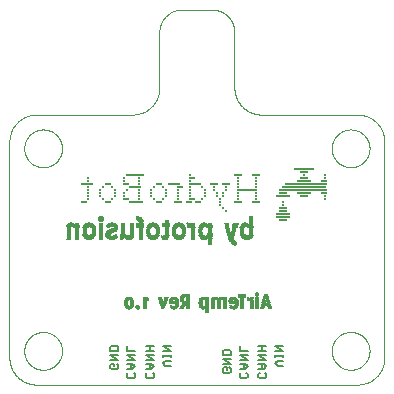
<source format=gbo>
G75*
%MOIN*%
%OFA0B0*%
%FSLAX25Y25*%
%IPPOS*%
%LPD*%
%AMOC8*
5,1,8,0,0,1.08239X$1,22.5*
%
%ADD10C,0.00000*%
%ADD11C,0.00500*%
%ADD12R,0.03000X0.01000*%
%ADD13R,0.05000X0.01000*%
%ADD14R,0.01000X0.01000*%
%ADD15R,0.02000X0.01000*%
%ADD16R,0.16000X0.01000*%
%ADD17R,0.07000X0.01000*%
%ADD18R,0.15000X0.01000*%
%ADD19R,0.04000X0.01000*%
%ADD20R,0.14000X0.01000*%
%ADD21R,0.06000X0.01000*%
%ADD22R,0.00140X0.00070*%
%ADD23R,0.00490X0.00070*%
%ADD24R,0.00700X0.00070*%
%ADD25R,0.01610X0.00070*%
%ADD26R,0.00910X0.00070*%
%ADD27R,0.01050X0.00070*%
%ADD28R,0.01610X0.00070*%
%ADD29R,0.01260X0.00070*%
%ADD30R,0.01400X0.00070*%
%ADD31R,0.01470X0.00070*%
%ADD32R,0.01680X0.00070*%
%ADD33R,0.01750X0.00070*%
%ADD34R,0.01820X0.00070*%
%ADD35R,0.01960X0.00070*%
%ADD36R,0.01960X0.00070*%
%ADD37R,0.02030X0.00070*%
%ADD38R,0.02170X0.00070*%
%ADD39R,0.02240X0.00070*%
%ADD40R,0.02240X0.00070*%
%ADD41R,0.02100X0.00070*%
%ADD42R,0.02030X0.00070*%
%ADD43R,0.01890X0.00070*%
%ADD44R,0.01750X0.00070*%
%ADD45R,0.01680X0.00070*%
%ADD46R,0.00770X0.00070*%
%ADD47R,0.01680X0.00070*%
%ADD48R,0.00210X0.00070*%
%ADD49R,0.01190X0.00070*%
%ADD50R,0.01330X0.00070*%
%ADD51R,0.01400X0.00070*%
%ADD52R,0.00420X0.00070*%
%ADD53R,0.01680X0.00070*%
%ADD54R,0.01540X0.00070*%
%ADD55R,0.01540X0.00070*%
%ADD56R,0.01610X0.00070*%
%ADD57R,0.00630X0.00070*%
%ADD58R,0.01820X0.00070*%
%ADD59R,0.02240X0.00070*%
%ADD60R,0.01610X0.00070*%
%ADD61R,0.01890X0.00070*%
%ADD62R,0.01890X0.00070*%
%ADD63R,0.00840X0.00070*%
%ADD64R,0.02170X0.00070*%
%ADD65R,0.01540X0.00070*%
%ADD66R,0.02590X0.00070*%
%ADD67R,0.01960X0.00070*%
%ADD68R,0.02310X0.00070*%
%ADD69R,0.02100X0.00070*%
%ADD70R,0.00910X0.00070*%
%ADD71R,0.02450X0.00070*%
%ADD72R,0.02310X0.00070*%
%ADD73R,0.02870X0.00070*%
%ADD74R,0.03780X0.00070*%
%ADD75R,0.02520X0.00070*%
%ADD76R,0.02520X0.00070*%
%ADD77R,0.02380X0.00070*%
%ADD78R,0.01050X0.00070*%
%ADD79R,0.02730X0.00070*%
%ADD80R,0.03080X0.00070*%
%ADD81R,0.03850X0.00070*%
%ADD82R,0.02310X0.00070*%
%ADD83R,0.02660X0.00070*%
%ADD84R,0.02590X0.00070*%
%ADD85R,0.01120X0.00070*%
%ADD86R,0.02940X0.00070*%
%ADD87R,0.03220X0.00070*%
%ADD88R,0.01820X0.00070*%
%ADD89R,0.03920X0.00070*%
%ADD90R,0.02870X0.00070*%
%ADD91R,0.02730X0.00070*%
%ADD92R,0.01260X0.00070*%
%ADD93R,0.03150X0.00070*%
%ADD94R,0.03430X0.00070*%
%ADD95R,0.01820X0.00070*%
%ADD96R,0.03990X0.00070*%
%ADD97R,0.03010X0.00070*%
%ADD98R,0.02310X0.00070*%
%ADD99R,0.02940X0.00070*%
%ADD100R,0.03360X0.00070*%
%ADD101R,0.03010X0.00070*%
%ADD102R,0.03640X0.00070*%
%ADD103R,0.04060X0.00070*%
%ADD104R,0.02380X0.00070*%
%ADD105R,0.04410X0.00070*%
%ADD106R,0.03500X0.00070*%
%ADD107R,0.03780X0.00070*%
%ADD108R,0.04130X0.00070*%
%ADD109R,0.03290X0.00070*%
%ADD110R,0.04550X0.00070*%
%ADD111R,0.03640X0.00070*%
%ADD112R,0.03290X0.00070*%
%ADD113R,0.03920X0.00070*%
%ADD114R,0.04200X0.00070*%
%ADD115R,0.02380X0.00070*%
%ADD116R,0.03710X0.00070*%
%ADD117R,0.03990X0.00070*%
%ADD118R,0.02030X0.00070*%
%ADD119R,0.04200X0.00070*%
%ADD120R,0.03570X0.00070*%
%ADD121R,0.02380X0.00070*%
%ADD122R,0.04620X0.00070*%
%ADD123R,0.03710X0.00070*%
%ADD124R,0.04060X0.00070*%
%ADD125R,0.04270X0.00070*%
%ADD126R,0.03640X0.00070*%
%ADD127R,0.02170X0.00070*%
%ADD128R,0.04340X0.00070*%
%ADD129R,0.03780X0.00070*%
%ADD130R,0.04480X0.00070*%
%ADD131R,0.03710X0.00070*%
%ADD132R,0.02170X0.00070*%
%ADD133R,0.04340X0.00070*%
%ADD134R,0.04410X0.00070*%
%ADD135R,0.04410X0.00070*%
%ADD136R,0.03920X0.00070*%
%ADD137R,0.04480X0.00070*%
%ADD138R,0.03710X0.00070*%
%ADD139R,0.03640X0.00070*%
%ADD140R,0.03990X0.00070*%
%ADD141R,0.04060X0.00070*%
%ADD142R,0.01330X0.00070*%
%ADD143R,0.00140X0.00070*%
%ADD144R,0.02240X0.00070*%
%ADD145R,0.02450X0.00070*%
%ADD146R,0.01960X0.00070*%
%ADD147R,0.02520X0.00070*%
%ADD148R,0.00560X0.00070*%
%ADD149R,0.00350X0.00070*%
%ADD150R,0.00140X0.00070*%
%ADD151R,0.01540X0.00070*%
%ADD152R,0.00070X0.00070*%
%ADD153R,0.02730X0.00070*%
%ADD154R,0.02870X0.00070*%
%ADD155R,0.01470X0.00070*%
%ADD156R,0.01470X0.00070*%
%ADD157R,0.02800X0.00070*%
%ADD158R,0.01470X0.00070*%
%ADD159R,0.03010X0.00070*%
%ADD160R,0.03080X0.00070*%
%ADD161R,0.02940X0.00070*%
%ADD162R,0.02870X0.00070*%
%ADD163R,0.02730X0.00070*%
%ADD164R,0.00280X0.00070*%
%ADD165R,0.00560X0.00070*%
%ADD166R,0.04480X0.00070*%
%ADD167R,0.01190X0.00070*%
%ADD168R,0.04480X0.00070*%
%ADD169R,0.03990X0.00070*%
%ADD170R,0.02800X0.00070*%
%ADD171R,0.03850X0.00070*%
%ADD172R,0.03920X0.00070*%
%ADD173R,0.04270X0.00070*%
%ADD174R,0.03570X0.00070*%
%ADD175R,0.03500X0.00070*%
%ADD176R,0.04340X0.00070*%
%ADD177R,0.04130X0.00070*%
%ADD178R,0.03430X0.00070*%
%ADD179R,0.03360X0.00070*%
%ADD180R,0.04340X0.00070*%
%ADD181R,0.03150X0.00070*%
%ADD182R,0.03360X0.00070*%
%ADD183R,0.03290X0.00070*%
%ADD184R,0.03010X0.00070*%
%ADD185R,0.02660X0.00070*%
%ADD186R,0.01120X0.00070*%
%ADD187R,0.00980X0.00070*%
%ADD188R,0.02030X0.00070*%
%ADD189R,0.00980X0.00070*%
%ADD190R,0.00630X0.00070*%
%ADD191R,0.01330X0.00070*%
%ADD192R,0.01120X0.00070*%
%ADD193R,0.00490X0.00070*%
%ADD194R,0.00280X0.00070*%
%ADD195R,0.00630X0.00070*%
%ADD196R,0.00840X0.00070*%
%ADD197R,0.00770X0.00070*%
%ADD198R,0.01150X0.00050*%
%ADD199R,0.00650X0.00050*%
%ADD200R,0.00550X0.00050*%
%ADD201R,0.00700X0.00050*%
%ADD202R,0.00350X0.00050*%
%ADD203R,0.00600X0.00050*%
%ADD204R,0.01100X0.00050*%
%ADD205R,0.00900X0.00050*%
%ADD206R,0.01050X0.00050*%
%ADD207R,0.01000X0.00050*%
%ADD208R,0.01200X0.00050*%
%ADD209R,0.01300X0.00050*%
%ADD210R,0.00950X0.00050*%
%ADD211R,0.01350X0.00050*%
%ADD212R,0.00800X0.00050*%
%ADD213R,0.01250X0.00050*%
%ADD214R,0.01550X0.00050*%
%ADD215R,0.00850X0.00050*%
%ADD216R,0.01450X0.00050*%
%ADD217R,0.01750X0.00050*%
%ADD218R,0.01400X0.00050*%
%ADD219R,0.01650X0.00050*%
%ADD220R,0.01900X0.00050*%
%ADD221R,0.02650X0.00050*%
%ADD222R,0.02100X0.00050*%
%ADD223R,0.02750X0.00050*%
%ADD224R,0.02050X0.00050*%
%ADD225R,0.02250X0.00050*%
%ADD226R,0.02800X0.00050*%
%ADD227R,0.02000X0.00050*%
%ADD228R,0.02350X0.00050*%
%ADD229R,0.02850X0.00050*%
%ADD230R,0.02500X0.00050*%
%ADD231R,0.02900X0.00050*%
%ADD232R,0.02200X0.00050*%
%ADD233R,0.02600X0.00050*%
%ADD234R,0.02950X0.00050*%
%ADD235R,0.03000X0.00050*%
%ADD236R,0.02450X0.00050*%
%ADD237R,0.02700X0.00050*%
%ADD238R,0.03050X0.00050*%
%ADD239R,0.02550X0.00050*%
%ADD240R,0.03100X0.00050*%
%ADD241R,0.03150X0.00050*%
%ADD242R,0.01600X0.00050*%
%ADD243R,0.01500X0.00050*%
%ADD244R,0.00400X0.00050*%
%ADD245R,0.00300X0.00050*%
%ADD246R,0.03300X0.00050*%
%ADD247R,0.00150X0.00050*%
%ADD248R,0.00100X0.00050*%
%ADD249R,0.00450X0.00050*%
%ADD250R,0.03250X0.00050*%
%ADD251R,0.03200X0.00050*%
%ADD252R,0.01850X0.00050*%
%ADD253R,0.01950X0.00050*%
%ADD254R,0.02400X0.00050*%
%ADD255R,0.03350X0.00050*%
%ADD256R,0.05150X0.00050*%
%ADD257R,0.05100X0.00050*%
%ADD258R,0.05050X0.00050*%
%ADD259R,0.05000X0.00050*%
%ADD260R,0.02300X0.00050*%
%ADD261R,0.04950X0.00050*%
%ADD262R,0.01800X0.00050*%
%ADD263R,0.01700X0.00050*%
%ADD264R,0.00750X0.00050*%
%ADD265R,0.00500X0.00050*%
%ADD266R,0.00050X0.00050*%
D10*
X0009300Y0017556D02*
X0009300Y0089556D01*
X0009303Y0089773D01*
X0009311Y0089991D01*
X0009324Y0090208D01*
X0009342Y0090425D01*
X0009366Y0090641D01*
X0009394Y0090856D01*
X0009428Y0091071D01*
X0009468Y0091285D01*
X0009512Y0091498D01*
X0009562Y0091710D01*
X0009616Y0091920D01*
X0009676Y0092130D01*
X0009740Y0092337D01*
X0009810Y0092543D01*
X0009885Y0092747D01*
X0009964Y0092950D01*
X0010049Y0093150D01*
X0010138Y0093349D01*
X0010232Y0093545D01*
X0010331Y0093739D01*
X0010434Y0093930D01*
X0010542Y0094119D01*
X0010655Y0094305D01*
X0010772Y0094488D01*
X0010893Y0094669D01*
X0011019Y0094846D01*
X0011149Y0095020D01*
X0011283Y0095192D01*
X0011421Y0095360D01*
X0011563Y0095524D01*
X0011710Y0095685D01*
X0011860Y0095843D01*
X0012013Y0095996D01*
X0012171Y0096146D01*
X0012332Y0096293D01*
X0012496Y0096435D01*
X0012664Y0096573D01*
X0012836Y0096707D01*
X0013010Y0096837D01*
X0013187Y0096963D01*
X0013368Y0097084D01*
X0013551Y0097201D01*
X0013737Y0097314D01*
X0013926Y0097422D01*
X0014117Y0097525D01*
X0014311Y0097624D01*
X0014507Y0097718D01*
X0014706Y0097807D01*
X0014906Y0097892D01*
X0015109Y0097971D01*
X0015313Y0098046D01*
X0015519Y0098116D01*
X0015726Y0098180D01*
X0015936Y0098240D01*
X0016146Y0098294D01*
X0016358Y0098344D01*
X0016571Y0098388D01*
X0016785Y0098428D01*
X0017000Y0098462D01*
X0017215Y0098490D01*
X0017431Y0098514D01*
X0017648Y0098532D01*
X0017865Y0098545D01*
X0018083Y0098553D01*
X0018300Y0098556D01*
X0050300Y0098556D01*
X0050517Y0098559D01*
X0050735Y0098567D01*
X0050952Y0098580D01*
X0051169Y0098598D01*
X0051385Y0098622D01*
X0051600Y0098650D01*
X0051815Y0098684D01*
X0052029Y0098724D01*
X0052242Y0098768D01*
X0052454Y0098818D01*
X0052664Y0098872D01*
X0052874Y0098932D01*
X0053081Y0098996D01*
X0053287Y0099066D01*
X0053491Y0099141D01*
X0053694Y0099220D01*
X0053894Y0099305D01*
X0054093Y0099394D01*
X0054289Y0099488D01*
X0054483Y0099587D01*
X0054674Y0099690D01*
X0054863Y0099798D01*
X0055049Y0099911D01*
X0055232Y0100028D01*
X0055413Y0100149D01*
X0055590Y0100275D01*
X0055764Y0100405D01*
X0055936Y0100539D01*
X0056104Y0100677D01*
X0056268Y0100819D01*
X0056429Y0100966D01*
X0056587Y0101116D01*
X0056740Y0101269D01*
X0056890Y0101427D01*
X0057037Y0101588D01*
X0057179Y0101752D01*
X0057317Y0101920D01*
X0057451Y0102092D01*
X0057581Y0102266D01*
X0057707Y0102443D01*
X0057828Y0102624D01*
X0057945Y0102807D01*
X0058058Y0102993D01*
X0058166Y0103182D01*
X0058269Y0103373D01*
X0058368Y0103567D01*
X0058462Y0103763D01*
X0058551Y0103962D01*
X0058636Y0104162D01*
X0058715Y0104365D01*
X0058790Y0104569D01*
X0058860Y0104775D01*
X0058924Y0104982D01*
X0058984Y0105192D01*
X0059038Y0105402D01*
X0059088Y0105614D01*
X0059132Y0105827D01*
X0059172Y0106041D01*
X0059206Y0106256D01*
X0059234Y0106471D01*
X0059258Y0106687D01*
X0059276Y0106904D01*
X0059289Y0107121D01*
X0059297Y0107339D01*
X0059300Y0107556D01*
X0059300Y0126056D01*
X0059302Y0126237D01*
X0059309Y0126418D01*
X0059320Y0126599D01*
X0059335Y0126780D01*
X0059355Y0126960D01*
X0059379Y0127140D01*
X0059407Y0127319D01*
X0059440Y0127497D01*
X0059477Y0127674D01*
X0059518Y0127851D01*
X0059563Y0128026D01*
X0059613Y0128201D01*
X0059667Y0128374D01*
X0059725Y0128545D01*
X0059787Y0128716D01*
X0059854Y0128884D01*
X0059924Y0129051D01*
X0059998Y0129217D01*
X0060077Y0129380D01*
X0060159Y0129541D01*
X0060245Y0129701D01*
X0060335Y0129858D01*
X0060429Y0130013D01*
X0060526Y0130166D01*
X0060628Y0130316D01*
X0060732Y0130464D01*
X0060841Y0130610D01*
X0060952Y0130752D01*
X0061068Y0130892D01*
X0061186Y0131029D01*
X0061308Y0131164D01*
X0061433Y0131295D01*
X0061561Y0131423D01*
X0061692Y0131548D01*
X0061827Y0131670D01*
X0061964Y0131788D01*
X0062104Y0131904D01*
X0062246Y0132015D01*
X0062392Y0132124D01*
X0062540Y0132228D01*
X0062690Y0132330D01*
X0062843Y0132427D01*
X0062998Y0132521D01*
X0063155Y0132611D01*
X0063315Y0132697D01*
X0063476Y0132779D01*
X0063639Y0132858D01*
X0063805Y0132932D01*
X0063972Y0133002D01*
X0064140Y0133069D01*
X0064311Y0133131D01*
X0064482Y0133189D01*
X0064655Y0133243D01*
X0064830Y0133293D01*
X0065005Y0133338D01*
X0065182Y0133379D01*
X0065359Y0133416D01*
X0065537Y0133449D01*
X0065716Y0133477D01*
X0065896Y0133501D01*
X0066076Y0133521D01*
X0066257Y0133536D01*
X0066438Y0133547D01*
X0066619Y0133554D01*
X0066800Y0133556D01*
X0076800Y0133556D01*
X0076981Y0133554D01*
X0077162Y0133547D01*
X0077343Y0133536D01*
X0077524Y0133521D01*
X0077704Y0133501D01*
X0077884Y0133477D01*
X0078063Y0133449D01*
X0078241Y0133416D01*
X0078418Y0133379D01*
X0078595Y0133338D01*
X0078770Y0133293D01*
X0078945Y0133243D01*
X0079118Y0133189D01*
X0079289Y0133131D01*
X0079460Y0133069D01*
X0079628Y0133002D01*
X0079795Y0132932D01*
X0079961Y0132858D01*
X0080124Y0132779D01*
X0080285Y0132697D01*
X0080445Y0132611D01*
X0080602Y0132521D01*
X0080757Y0132427D01*
X0080910Y0132330D01*
X0081060Y0132228D01*
X0081208Y0132124D01*
X0081354Y0132015D01*
X0081496Y0131904D01*
X0081636Y0131788D01*
X0081773Y0131670D01*
X0081908Y0131548D01*
X0082039Y0131423D01*
X0082167Y0131295D01*
X0082292Y0131164D01*
X0082414Y0131029D01*
X0082532Y0130892D01*
X0082648Y0130752D01*
X0082759Y0130610D01*
X0082868Y0130464D01*
X0082972Y0130316D01*
X0083074Y0130166D01*
X0083171Y0130013D01*
X0083265Y0129858D01*
X0083355Y0129701D01*
X0083441Y0129541D01*
X0083523Y0129380D01*
X0083602Y0129217D01*
X0083676Y0129051D01*
X0083746Y0128884D01*
X0083813Y0128716D01*
X0083875Y0128545D01*
X0083933Y0128374D01*
X0083987Y0128201D01*
X0084037Y0128026D01*
X0084082Y0127851D01*
X0084123Y0127674D01*
X0084160Y0127497D01*
X0084193Y0127319D01*
X0084221Y0127140D01*
X0084245Y0126960D01*
X0084265Y0126780D01*
X0084280Y0126599D01*
X0084291Y0126418D01*
X0084298Y0126237D01*
X0084300Y0126056D01*
X0084300Y0107556D01*
X0084303Y0107339D01*
X0084311Y0107121D01*
X0084324Y0106904D01*
X0084342Y0106687D01*
X0084366Y0106471D01*
X0084394Y0106256D01*
X0084428Y0106041D01*
X0084468Y0105827D01*
X0084512Y0105614D01*
X0084562Y0105402D01*
X0084616Y0105192D01*
X0084676Y0104982D01*
X0084740Y0104775D01*
X0084810Y0104569D01*
X0084885Y0104365D01*
X0084964Y0104162D01*
X0085049Y0103962D01*
X0085138Y0103763D01*
X0085232Y0103567D01*
X0085331Y0103373D01*
X0085434Y0103182D01*
X0085542Y0102993D01*
X0085655Y0102807D01*
X0085772Y0102624D01*
X0085893Y0102443D01*
X0086019Y0102266D01*
X0086149Y0102092D01*
X0086283Y0101920D01*
X0086421Y0101752D01*
X0086563Y0101588D01*
X0086710Y0101427D01*
X0086860Y0101269D01*
X0087013Y0101116D01*
X0087171Y0100966D01*
X0087332Y0100819D01*
X0087496Y0100677D01*
X0087664Y0100539D01*
X0087836Y0100405D01*
X0088010Y0100275D01*
X0088187Y0100149D01*
X0088368Y0100028D01*
X0088551Y0099911D01*
X0088737Y0099798D01*
X0088926Y0099690D01*
X0089117Y0099587D01*
X0089311Y0099488D01*
X0089507Y0099394D01*
X0089706Y0099305D01*
X0089906Y0099220D01*
X0090109Y0099141D01*
X0090313Y0099066D01*
X0090519Y0098996D01*
X0090726Y0098932D01*
X0090936Y0098872D01*
X0091146Y0098818D01*
X0091358Y0098768D01*
X0091571Y0098724D01*
X0091785Y0098684D01*
X0092000Y0098650D01*
X0092215Y0098622D01*
X0092431Y0098598D01*
X0092648Y0098580D01*
X0092865Y0098567D01*
X0093083Y0098559D01*
X0093300Y0098556D01*
X0125300Y0098556D01*
X0125517Y0098553D01*
X0125735Y0098545D01*
X0125952Y0098532D01*
X0126169Y0098514D01*
X0126385Y0098490D01*
X0126600Y0098462D01*
X0126815Y0098428D01*
X0127029Y0098388D01*
X0127242Y0098344D01*
X0127454Y0098294D01*
X0127664Y0098240D01*
X0127874Y0098180D01*
X0128081Y0098116D01*
X0128287Y0098046D01*
X0128491Y0097971D01*
X0128694Y0097892D01*
X0128894Y0097807D01*
X0129093Y0097718D01*
X0129289Y0097624D01*
X0129483Y0097525D01*
X0129674Y0097422D01*
X0129863Y0097314D01*
X0130049Y0097201D01*
X0130232Y0097084D01*
X0130413Y0096963D01*
X0130590Y0096837D01*
X0130764Y0096707D01*
X0130936Y0096573D01*
X0131104Y0096435D01*
X0131268Y0096293D01*
X0131429Y0096146D01*
X0131587Y0095996D01*
X0131740Y0095843D01*
X0131890Y0095685D01*
X0132037Y0095524D01*
X0132179Y0095360D01*
X0132317Y0095192D01*
X0132451Y0095020D01*
X0132581Y0094846D01*
X0132707Y0094669D01*
X0132828Y0094488D01*
X0132945Y0094305D01*
X0133058Y0094119D01*
X0133166Y0093930D01*
X0133269Y0093739D01*
X0133368Y0093545D01*
X0133462Y0093349D01*
X0133551Y0093150D01*
X0133636Y0092950D01*
X0133715Y0092747D01*
X0133790Y0092543D01*
X0133860Y0092337D01*
X0133924Y0092130D01*
X0133984Y0091920D01*
X0134038Y0091710D01*
X0134088Y0091498D01*
X0134132Y0091285D01*
X0134172Y0091071D01*
X0134206Y0090856D01*
X0134234Y0090641D01*
X0134258Y0090425D01*
X0134276Y0090208D01*
X0134289Y0089991D01*
X0134297Y0089773D01*
X0134300Y0089556D01*
X0134300Y0017556D01*
X0134297Y0017339D01*
X0134289Y0017121D01*
X0134276Y0016904D01*
X0134258Y0016687D01*
X0134234Y0016471D01*
X0134206Y0016256D01*
X0134172Y0016041D01*
X0134132Y0015827D01*
X0134088Y0015614D01*
X0134038Y0015402D01*
X0133984Y0015192D01*
X0133924Y0014982D01*
X0133860Y0014775D01*
X0133790Y0014569D01*
X0133715Y0014365D01*
X0133636Y0014162D01*
X0133551Y0013962D01*
X0133462Y0013763D01*
X0133368Y0013567D01*
X0133269Y0013373D01*
X0133166Y0013182D01*
X0133058Y0012993D01*
X0132945Y0012807D01*
X0132828Y0012624D01*
X0132707Y0012443D01*
X0132581Y0012266D01*
X0132451Y0012092D01*
X0132317Y0011920D01*
X0132179Y0011752D01*
X0132037Y0011588D01*
X0131890Y0011427D01*
X0131740Y0011269D01*
X0131587Y0011116D01*
X0131429Y0010966D01*
X0131268Y0010819D01*
X0131104Y0010677D01*
X0130936Y0010539D01*
X0130764Y0010405D01*
X0130590Y0010275D01*
X0130413Y0010149D01*
X0130232Y0010028D01*
X0130049Y0009911D01*
X0129863Y0009798D01*
X0129674Y0009690D01*
X0129483Y0009587D01*
X0129289Y0009488D01*
X0129093Y0009394D01*
X0128894Y0009305D01*
X0128694Y0009220D01*
X0128491Y0009141D01*
X0128287Y0009066D01*
X0128081Y0008996D01*
X0127874Y0008932D01*
X0127664Y0008872D01*
X0127454Y0008818D01*
X0127242Y0008768D01*
X0127029Y0008724D01*
X0126815Y0008684D01*
X0126600Y0008650D01*
X0126385Y0008622D01*
X0126169Y0008598D01*
X0125952Y0008580D01*
X0125735Y0008567D01*
X0125517Y0008559D01*
X0125300Y0008556D01*
X0018300Y0008556D01*
X0018083Y0008559D01*
X0017865Y0008567D01*
X0017648Y0008580D01*
X0017431Y0008598D01*
X0017215Y0008622D01*
X0017000Y0008650D01*
X0016785Y0008684D01*
X0016571Y0008724D01*
X0016358Y0008768D01*
X0016146Y0008818D01*
X0015936Y0008872D01*
X0015726Y0008932D01*
X0015519Y0008996D01*
X0015313Y0009066D01*
X0015109Y0009141D01*
X0014906Y0009220D01*
X0014706Y0009305D01*
X0014507Y0009394D01*
X0014311Y0009488D01*
X0014117Y0009587D01*
X0013926Y0009690D01*
X0013737Y0009798D01*
X0013551Y0009911D01*
X0013368Y0010028D01*
X0013187Y0010149D01*
X0013010Y0010275D01*
X0012836Y0010405D01*
X0012664Y0010539D01*
X0012496Y0010677D01*
X0012332Y0010819D01*
X0012171Y0010966D01*
X0012013Y0011116D01*
X0011860Y0011269D01*
X0011710Y0011427D01*
X0011563Y0011588D01*
X0011421Y0011752D01*
X0011283Y0011920D01*
X0011149Y0012092D01*
X0011019Y0012266D01*
X0010893Y0012443D01*
X0010772Y0012624D01*
X0010655Y0012807D01*
X0010542Y0012993D01*
X0010434Y0013182D01*
X0010331Y0013373D01*
X0010232Y0013567D01*
X0010138Y0013763D01*
X0010049Y0013962D01*
X0009964Y0014162D01*
X0009885Y0014365D01*
X0009810Y0014569D01*
X0009740Y0014775D01*
X0009676Y0014982D01*
X0009616Y0015192D01*
X0009562Y0015402D01*
X0009512Y0015614D01*
X0009468Y0015827D01*
X0009428Y0016041D01*
X0009394Y0016256D01*
X0009366Y0016471D01*
X0009342Y0016687D01*
X0009324Y0016904D01*
X0009311Y0017121D01*
X0009303Y0017339D01*
X0009300Y0017556D01*
X0014251Y0019806D02*
X0014253Y0019964D01*
X0014259Y0020122D01*
X0014269Y0020280D01*
X0014283Y0020438D01*
X0014301Y0020595D01*
X0014322Y0020752D01*
X0014348Y0020908D01*
X0014378Y0021064D01*
X0014411Y0021219D01*
X0014449Y0021372D01*
X0014490Y0021525D01*
X0014535Y0021677D01*
X0014584Y0021828D01*
X0014637Y0021977D01*
X0014693Y0022125D01*
X0014753Y0022271D01*
X0014817Y0022416D01*
X0014885Y0022559D01*
X0014956Y0022701D01*
X0015030Y0022841D01*
X0015108Y0022978D01*
X0015190Y0023114D01*
X0015274Y0023248D01*
X0015363Y0023379D01*
X0015454Y0023508D01*
X0015549Y0023635D01*
X0015646Y0023760D01*
X0015747Y0023882D01*
X0015851Y0024001D01*
X0015958Y0024118D01*
X0016068Y0024232D01*
X0016181Y0024343D01*
X0016296Y0024452D01*
X0016414Y0024557D01*
X0016535Y0024659D01*
X0016658Y0024759D01*
X0016784Y0024855D01*
X0016912Y0024948D01*
X0017042Y0025038D01*
X0017175Y0025124D01*
X0017310Y0025208D01*
X0017446Y0025287D01*
X0017585Y0025364D01*
X0017726Y0025436D01*
X0017868Y0025506D01*
X0018012Y0025571D01*
X0018158Y0025633D01*
X0018305Y0025691D01*
X0018454Y0025746D01*
X0018604Y0025797D01*
X0018755Y0025844D01*
X0018907Y0025887D01*
X0019060Y0025926D01*
X0019215Y0025962D01*
X0019370Y0025993D01*
X0019526Y0026021D01*
X0019682Y0026045D01*
X0019839Y0026065D01*
X0019997Y0026081D01*
X0020154Y0026093D01*
X0020313Y0026101D01*
X0020471Y0026105D01*
X0020629Y0026105D01*
X0020787Y0026101D01*
X0020946Y0026093D01*
X0021103Y0026081D01*
X0021261Y0026065D01*
X0021418Y0026045D01*
X0021574Y0026021D01*
X0021730Y0025993D01*
X0021885Y0025962D01*
X0022040Y0025926D01*
X0022193Y0025887D01*
X0022345Y0025844D01*
X0022496Y0025797D01*
X0022646Y0025746D01*
X0022795Y0025691D01*
X0022942Y0025633D01*
X0023088Y0025571D01*
X0023232Y0025506D01*
X0023374Y0025436D01*
X0023515Y0025364D01*
X0023654Y0025287D01*
X0023790Y0025208D01*
X0023925Y0025124D01*
X0024058Y0025038D01*
X0024188Y0024948D01*
X0024316Y0024855D01*
X0024442Y0024759D01*
X0024565Y0024659D01*
X0024686Y0024557D01*
X0024804Y0024452D01*
X0024919Y0024343D01*
X0025032Y0024232D01*
X0025142Y0024118D01*
X0025249Y0024001D01*
X0025353Y0023882D01*
X0025454Y0023760D01*
X0025551Y0023635D01*
X0025646Y0023508D01*
X0025737Y0023379D01*
X0025826Y0023248D01*
X0025910Y0023114D01*
X0025992Y0022978D01*
X0026070Y0022841D01*
X0026144Y0022701D01*
X0026215Y0022559D01*
X0026283Y0022416D01*
X0026347Y0022271D01*
X0026407Y0022125D01*
X0026463Y0021977D01*
X0026516Y0021828D01*
X0026565Y0021677D01*
X0026610Y0021525D01*
X0026651Y0021372D01*
X0026689Y0021219D01*
X0026722Y0021064D01*
X0026752Y0020908D01*
X0026778Y0020752D01*
X0026799Y0020595D01*
X0026817Y0020438D01*
X0026831Y0020280D01*
X0026841Y0020122D01*
X0026847Y0019964D01*
X0026849Y0019806D01*
X0026847Y0019648D01*
X0026841Y0019490D01*
X0026831Y0019332D01*
X0026817Y0019174D01*
X0026799Y0019017D01*
X0026778Y0018860D01*
X0026752Y0018704D01*
X0026722Y0018548D01*
X0026689Y0018393D01*
X0026651Y0018240D01*
X0026610Y0018087D01*
X0026565Y0017935D01*
X0026516Y0017784D01*
X0026463Y0017635D01*
X0026407Y0017487D01*
X0026347Y0017341D01*
X0026283Y0017196D01*
X0026215Y0017053D01*
X0026144Y0016911D01*
X0026070Y0016771D01*
X0025992Y0016634D01*
X0025910Y0016498D01*
X0025826Y0016364D01*
X0025737Y0016233D01*
X0025646Y0016104D01*
X0025551Y0015977D01*
X0025454Y0015852D01*
X0025353Y0015730D01*
X0025249Y0015611D01*
X0025142Y0015494D01*
X0025032Y0015380D01*
X0024919Y0015269D01*
X0024804Y0015160D01*
X0024686Y0015055D01*
X0024565Y0014953D01*
X0024442Y0014853D01*
X0024316Y0014757D01*
X0024188Y0014664D01*
X0024058Y0014574D01*
X0023925Y0014488D01*
X0023790Y0014404D01*
X0023654Y0014325D01*
X0023515Y0014248D01*
X0023374Y0014176D01*
X0023232Y0014106D01*
X0023088Y0014041D01*
X0022942Y0013979D01*
X0022795Y0013921D01*
X0022646Y0013866D01*
X0022496Y0013815D01*
X0022345Y0013768D01*
X0022193Y0013725D01*
X0022040Y0013686D01*
X0021885Y0013650D01*
X0021730Y0013619D01*
X0021574Y0013591D01*
X0021418Y0013567D01*
X0021261Y0013547D01*
X0021103Y0013531D01*
X0020946Y0013519D01*
X0020787Y0013511D01*
X0020629Y0013507D01*
X0020471Y0013507D01*
X0020313Y0013511D01*
X0020154Y0013519D01*
X0019997Y0013531D01*
X0019839Y0013547D01*
X0019682Y0013567D01*
X0019526Y0013591D01*
X0019370Y0013619D01*
X0019215Y0013650D01*
X0019060Y0013686D01*
X0018907Y0013725D01*
X0018755Y0013768D01*
X0018604Y0013815D01*
X0018454Y0013866D01*
X0018305Y0013921D01*
X0018158Y0013979D01*
X0018012Y0014041D01*
X0017868Y0014106D01*
X0017726Y0014176D01*
X0017585Y0014248D01*
X0017446Y0014325D01*
X0017310Y0014404D01*
X0017175Y0014488D01*
X0017042Y0014574D01*
X0016912Y0014664D01*
X0016784Y0014757D01*
X0016658Y0014853D01*
X0016535Y0014953D01*
X0016414Y0015055D01*
X0016296Y0015160D01*
X0016181Y0015269D01*
X0016068Y0015380D01*
X0015958Y0015494D01*
X0015851Y0015611D01*
X0015747Y0015730D01*
X0015646Y0015852D01*
X0015549Y0015977D01*
X0015454Y0016104D01*
X0015363Y0016233D01*
X0015274Y0016364D01*
X0015190Y0016498D01*
X0015108Y0016634D01*
X0015030Y0016771D01*
X0014956Y0016911D01*
X0014885Y0017053D01*
X0014817Y0017196D01*
X0014753Y0017341D01*
X0014693Y0017487D01*
X0014637Y0017635D01*
X0014584Y0017784D01*
X0014535Y0017935D01*
X0014490Y0018087D01*
X0014449Y0018240D01*
X0014411Y0018393D01*
X0014378Y0018548D01*
X0014348Y0018704D01*
X0014322Y0018860D01*
X0014301Y0019017D01*
X0014283Y0019174D01*
X0014269Y0019332D01*
X0014259Y0019490D01*
X0014253Y0019648D01*
X0014251Y0019806D01*
X0014251Y0087306D02*
X0014253Y0087464D01*
X0014259Y0087622D01*
X0014269Y0087780D01*
X0014283Y0087938D01*
X0014301Y0088095D01*
X0014322Y0088252D01*
X0014348Y0088408D01*
X0014378Y0088564D01*
X0014411Y0088719D01*
X0014449Y0088872D01*
X0014490Y0089025D01*
X0014535Y0089177D01*
X0014584Y0089328D01*
X0014637Y0089477D01*
X0014693Y0089625D01*
X0014753Y0089771D01*
X0014817Y0089916D01*
X0014885Y0090059D01*
X0014956Y0090201D01*
X0015030Y0090341D01*
X0015108Y0090478D01*
X0015190Y0090614D01*
X0015274Y0090748D01*
X0015363Y0090879D01*
X0015454Y0091008D01*
X0015549Y0091135D01*
X0015646Y0091260D01*
X0015747Y0091382D01*
X0015851Y0091501D01*
X0015958Y0091618D01*
X0016068Y0091732D01*
X0016181Y0091843D01*
X0016296Y0091952D01*
X0016414Y0092057D01*
X0016535Y0092159D01*
X0016658Y0092259D01*
X0016784Y0092355D01*
X0016912Y0092448D01*
X0017042Y0092538D01*
X0017175Y0092624D01*
X0017310Y0092708D01*
X0017446Y0092787D01*
X0017585Y0092864D01*
X0017726Y0092936D01*
X0017868Y0093006D01*
X0018012Y0093071D01*
X0018158Y0093133D01*
X0018305Y0093191D01*
X0018454Y0093246D01*
X0018604Y0093297D01*
X0018755Y0093344D01*
X0018907Y0093387D01*
X0019060Y0093426D01*
X0019215Y0093462D01*
X0019370Y0093493D01*
X0019526Y0093521D01*
X0019682Y0093545D01*
X0019839Y0093565D01*
X0019997Y0093581D01*
X0020154Y0093593D01*
X0020313Y0093601D01*
X0020471Y0093605D01*
X0020629Y0093605D01*
X0020787Y0093601D01*
X0020946Y0093593D01*
X0021103Y0093581D01*
X0021261Y0093565D01*
X0021418Y0093545D01*
X0021574Y0093521D01*
X0021730Y0093493D01*
X0021885Y0093462D01*
X0022040Y0093426D01*
X0022193Y0093387D01*
X0022345Y0093344D01*
X0022496Y0093297D01*
X0022646Y0093246D01*
X0022795Y0093191D01*
X0022942Y0093133D01*
X0023088Y0093071D01*
X0023232Y0093006D01*
X0023374Y0092936D01*
X0023515Y0092864D01*
X0023654Y0092787D01*
X0023790Y0092708D01*
X0023925Y0092624D01*
X0024058Y0092538D01*
X0024188Y0092448D01*
X0024316Y0092355D01*
X0024442Y0092259D01*
X0024565Y0092159D01*
X0024686Y0092057D01*
X0024804Y0091952D01*
X0024919Y0091843D01*
X0025032Y0091732D01*
X0025142Y0091618D01*
X0025249Y0091501D01*
X0025353Y0091382D01*
X0025454Y0091260D01*
X0025551Y0091135D01*
X0025646Y0091008D01*
X0025737Y0090879D01*
X0025826Y0090748D01*
X0025910Y0090614D01*
X0025992Y0090478D01*
X0026070Y0090341D01*
X0026144Y0090201D01*
X0026215Y0090059D01*
X0026283Y0089916D01*
X0026347Y0089771D01*
X0026407Y0089625D01*
X0026463Y0089477D01*
X0026516Y0089328D01*
X0026565Y0089177D01*
X0026610Y0089025D01*
X0026651Y0088872D01*
X0026689Y0088719D01*
X0026722Y0088564D01*
X0026752Y0088408D01*
X0026778Y0088252D01*
X0026799Y0088095D01*
X0026817Y0087938D01*
X0026831Y0087780D01*
X0026841Y0087622D01*
X0026847Y0087464D01*
X0026849Y0087306D01*
X0026847Y0087148D01*
X0026841Y0086990D01*
X0026831Y0086832D01*
X0026817Y0086674D01*
X0026799Y0086517D01*
X0026778Y0086360D01*
X0026752Y0086204D01*
X0026722Y0086048D01*
X0026689Y0085893D01*
X0026651Y0085740D01*
X0026610Y0085587D01*
X0026565Y0085435D01*
X0026516Y0085284D01*
X0026463Y0085135D01*
X0026407Y0084987D01*
X0026347Y0084841D01*
X0026283Y0084696D01*
X0026215Y0084553D01*
X0026144Y0084411D01*
X0026070Y0084271D01*
X0025992Y0084134D01*
X0025910Y0083998D01*
X0025826Y0083864D01*
X0025737Y0083733D01*
X0025646Y0083604D01*
X0025551Y0083477D01*
X0025454Y0083352D01*
X0025353Y0083230D01*
X0025249Y0083111D01*
X0025142Y0082994D01*
X0025032Y0082880D01*
X0024919Y0082769D01*
X0024804Y0082660D01*
X0024686Y0082555D01*
X0024565Y0082453D01*
X0024442Y0082353D01*
X0024316Y0082257D01*
X0024188Y0082164D01*
X0024058Y0082074D01*
X0023925Y0081988D01*
X0023790Y0081904D01*
X0023654Y0081825D01*
X0023515Y0081748D01*
X0023374Y0081676D01*
X0023232Y0081606D01*
X0023088Y0081541D01*
X0022942Y0081479D01*
X0022795Y0081421D01*
X0022646Y0081366D01*
X0022496Y0081315D01*
X0022345Y0081268D01*
X0022193Y0081225D01*
X0022040Y0081186D01*
X0021885Y0081150D01*
X0021730Y0081119D01*
X0021574Y0081091D01*
X0021418Y0081067D01*
X0021261Y0081047D01*
X0021103Y0081031D01*
X0020946Y0081019D01*
X0020787Y0081011D01*
X0020629Y0081007D01*
X0020471Y0081007D01*
X0020313Y0081011D01*
X0020154Y0081019D01*
X0019997Y0081031D01*
X0019839Y0081047D01*
X0019682Y0081067D01*
X0019526Y0081091D01*
X0019370Y0081119D01*
X0019215Y0081150D01*
X0019060Y0081186D01*
X0018907Y0081225D01*
X0018755Y0081268D01*
X0018604Y0081315D01*
X0018454Y0081366D01*
X0018305Y0081421D01*
X0018158Y0081479D01*
X0018012Y0081541D01*
X0017868Y0081606D01*
X0017726Y0081676D01*
X0017585Y0081748D01*
X0017446Y0081825D01*
X0017310Y0081904D01*
X0017175Y0081988D01*
X0017042Y0082074D01*
X0016912Y0082164D01*
X0016784Y0082257D01*
X0016658Y0082353D01*
X0016535Y0082453D01*
X0016414Y0082555D01*
X0016296Y0082660D01*
X0016181Y0082769D01*
X0016068Y0082880D01*
X0015958Y0082994D01*
X0015851Y0083111D01*
X0015747Y0083230D01*
X0015646Y0083352D01*
X0015549Y0083477D01*
X0015454Y0083604D01*
X0015363Y0083733D01*
X0015274Y0083864D01*
X0015190Y0083998D01*
X0015108Y0084134D01*
X0015030Y0084271D01*
X0014956Y0084411D01*
X0014885Y0084553D01*
X0014817Y0084696D01*
X0014753Y0084841D01*
X0014693Y0084987D01*
X0014637Y0085135D01*
X0014584Y0085284D01*
X0014535Y0085435D01*
X0014490Y0085587D01*
X0014449Y0085740D01*
X0014411Y0085893D01*
X0014378Y0086048D01*
X0014348Y0086204D01*
X0014322Y0086360D01*
X0014301Y0086517D01*
X0014283Y0086674D01*
X0014269Y0086832D01*
X0014259Y0086990D01*
X0014253Y0087148D01*
X0014251Y0087306D01*
X0116751Y0087306D02*
X0116753Y0087464D01*
X0116759Y0087622D01*
X0116769Y0087780D01*
X0116783Y0087938D01*
X0116801Y0088095D01*
X0116822Y0088252D01*
X0116848Y0088408D01*
X0116878Y0088564D01*
X0116911Y0088719D01*
X0116949Y0088872D01*
X0116990Y0089025D01*
X0117035Y0089177D01*
X0117084Y0089328D01*
X0117137Y0089477D01*
X0117193Y0089625D01*
X0117253Y0089771D01*
X0117317Y0089916D01*
X0117385Y0090059D01*
X0117456Y0090201D01*
X0117530Y0090341D01*
X0117608Y0090478D01*
X0117690Y0090614D01*
X0117774Y0090748D01*
X0117863Y0090879D01*
X0117954Y0091008D01*
X0118049Y0091135D01*
X0118146Y0091260D01*
X0118247Y0091382D01*
X0118351Y0091501D01*
X0118458Y0091618D01*
X0118568Y0091732D01*
X0118681Y0091843D01*
X0118796Y0091952D01*
X0118914Y0092057D01*
X0119035Y0092159D01*
X0119158Y0092259D01*
X0119284Y0092355D01*
X0119412Y0092448D01*
X0119542Y0092538D01*
X0119675Y0092624D01*
X0119810Y0092708D01*
X0119946Y0092787D01*
X0120085Y0092864D01*
X0120226Y0092936D01*
X0120368Y0093006D01*
X0120512Y0093071D01*
X0120658Y0093133D01*
X0120805Y0093191D01*
X0120954Y0093246D01*
X0121104Y0093297D01*
X0121255Y0093344D01*
X0121407Y0093387D01*
X0121560Y0093426D01*
X0121715Y0093462D01*
X0121870Y0093493D01*
X0122026Y0093521D01*
X0122182Y0093545D01*
X0122339Y0093565D01*
X0122497Y0093581D01*
X0122654Y0093593D01*
X0122813Y0093601D01*
X0122971Y0093605D01*
X0123129Y0093605D01*
X0123287Y0093601D01*
X0123446Y0093593D01*
X0123603Y0093581D01*
X0123761Y0093565D01*
X0123918Y0093545D01*
X0124074Y0093521D01*
X0124230Y0093493D01*
X0124385Y0093462D01*
X0124540Y0093426D01*
X0124693Y0093387D01*
X0124845Y0093344D01*
X0124996Y0093297D01*
X0125146Y0093246D01*
X0125295Y0093191D01*
X0125442Y0093133D01*
X0125588Y0093071D01*
X0125732Y0093006D01*
X0125874Y0092936D01*
X0126015Y0092864D01*
X0126154Y0092787D01*
X0126290Y0092708D01*
X0126425Y0092624D01*
X0126558Y0092538D01*
X0126688Y0092448D01*
X0126816Y0092355D01*
X0126942Y0092259D01*
X0127065Y0092159D01*
X0127186Y0092057D01*
X0127304Y0091952D01*
X0127419Y0091843D01*
X0127532Y0091732D01*
X0127642Y0091618D01*
X0127749Y0091501D01*
X0127853Y0091382D01*
X0127954Y0091260D01*
X0128051Y0091135D01*
X0128146Y0091008D01*
X0128237Y0090879D01*
X0128326Y0090748D01*
X0128410Y0090614D01*
X0128492Y0090478D01*
X0128570Y0090341D01*
X0128644Y0090201D01*
X0128715Y0090059D01*
X0128783Y0089916D01*
X0128847Y0089771D01*
X0128907Y0089625D01*
X0128963Y0089477D01*
X0129016Y0089328D01*
X0129065Y0089177D01*
X0129110Y0089025D01*
X0129151Y0088872D01*
X0129189Y0088719D01*
X0129222Y0088564D01*
X0129252Y0088408D01*
X0129278Y0088252D01*
X0129299Y0088095D01*
X0129317Y0087938D01*
X0129331Y0087780D01*
X0129341Y0087622D01*
X0129347Y0087464D01*
X0129349Y0087306D01*
X0129347Y0087148D01*
X0129341Y0086990D01*
X0129331Y0086832D01*
X0129317Y0086674D01*
X0129299Y0086517D01*
X0129278Y0086360D01*
X0129252Y0086204D01*
X0129222Y0086048D01*
X0129189Y0085893D01*
X0129151Y0085740D01*
X0129110Y0085587D01*
X0129065Y0085435D01*
X0129016Y0085284D01*
X0128963Y0085135D01*
X0128907Y0084987D01*
X0128847Y0084841D01*
X0128783Y0084696D01*
X0128715Y0084553D01*
X0128644Y0084411D01*
X0128570Y0084271D01*
X0128492Y0084134D01*
X0128410Y0083998D01*
X0128326Y0083864D01*
X0128237Y0083733D01*
X0128146Y0083604D01*
X0128051Y0083477D01*
X0127954Y0083352D01*
X0127853Y0083230D01*
X0127749Y0083111D01*
X0127642Y0082994D01*
X0127532Y0082880D01*
X0127419Y0082769D01*
X0127304Y0082660D01*
X0127186Y0082555D01*
X0127065Y0082453D01*
X0126942Y0082353D01*
X0126816Y0082257D01*
X0126688Y0082164D01*
X0126558Y0082074D01*
X0126425Y0081988D01*
X0126290Y0081904D01*
X0126154Y0081825D01*
X0126015Y0081748D01*
X0125874Y0081676D01*
X0125732Y0081606D01*
X0125588Y0081541D01*
X0125442Y0081479D01*
X0125295Y0081421D01*
X0125146Y0081366D01*
X0124996Y0081315D01*
X0124845Y0081268D01*
X0124693Y0081225D01*
X0124540Y0081186D01*
X0124385Y0081150D01*
X0124230Y0081119D01*
X0124074Y0081091D01*
X0123918Y0081067D01*
X0123761Y0081047D01*
X0123603Y0081031D01*
X0123446Y0081019D01*
X0123287Y0081011D01*
X0123129Y0081007D01*
X0122971Y0081007D01*
X0122813Y0081011D01*
X0122654Y0081019D01*
X0122497Y0081031D01*
X0122339Y0081047D01*
X0122182Y0081067D01*
X0122026Y0081091D01*
X0121870Y0081119D01*
X0121715Y0081150D01*
X0121560Y0081186D01*
X0121407Y0081225D01*
X0121255Y0081268D01*
X0121104Y0081315D01*
X0120954Y0081366D01*
X0120805Y0081421D01*
X0120658Y0081479D01*
X0120512Y0081541D01*
X0120368Y0081606D01*
X0120226Y0081676D01*
X0120085Y0081748D01*
X0119946Y0081825D01*
X0119810Y0081904D01*
X0119675Y0081988D01*
X0119542Y0082074D01*
X0119412Y0082164D01*
X0119284Y0082257D01*
X0119158Y0082353D01*
X0119035Y0082453D01*
X0118914Y0082555D01*
X0118796Y0082660D01*
X0118681Y0082769D01*
X0118568Y0082880D01*
X0118458Y0082994D01*
X0118351Y0083111D01*
X0118247Y0083230D01*
X0118146Y0083352D01*
X0118049Y0083477D01*
X0117954Y0083604D01*
X0117863Y0083733D01*
X0117774Y0083864D01*
X0117690Y0083998D01*
X0117608Y0084134D01*
X0117530Y0084271D01*
X0117456Y0084411D01*
X0117385Y0084553D01*
X0117317Y0084696D01*
X0117253Y0084841D01*
X0117193Y0084987D01*
X0117137Y0085135D01*
X0117084Y0085284D01*
X0117035Y0085435D01*
X0116990Y0085587D01*
X0116949Y0085740D01*
X0116911Y0085893D01*
X0116878Y0086048D01*
X0116848Y0086204D01*
X0116822Y0086360D01*
X0116801Y0086517D01*
X0116783Y0086674D01*
X0116769Y0086832D01*
X0116759Y0086990D01*
X0116753Y0087148D01*
X0116751Y0087306D01*
X0116751Y0019806D02*
X0116753Y0019964D01*
X0116759Y0020122D01*
X0116769Y0020280D01*
X0116783Y0020438D01*
X0116801Y0020595D01*
X0116822Y0020752D01*
X0116848Y0020908D01*
X0116878Y0021064D01*
X0116911Y0021219D01*
X0116949Y0021372D01*
X0116990Y0021525D01*
X0117035Y0021677D01*
X0117084Y0021828D01*
X0117137Y0021977D01*
X0117193Y0022125D01*
X0117253Y0022271D01*
X0117317Y0022416D01*
X0117385Y0022559D01*
X0117456Y0022701D01*
X0117530Y0022841D01*
X0117608Y0022978D01*
X0117690Y0023114D01*
X0117774Y0023248D01*
X0117863Y0023379D01*
X0117954Y0023508D01*
X0118049Y0023635D01*
X0118146Y0023760D01*
X0118247Y0023882D01*
X0118351Y0024001D01*
X0118458Y0024118D01*
X0118568Y0024232D01*
X0118681Y0024343D01*
X0118796Y0024452D01*
X0118914Y0024557D01*
X0119035Y0024659D01*
X0119158Y0024759D01*
X0119284Y0024855D01*
X0119412Y0024948D01*
X0119542Y0025038D01*
X0119675Y0025124D01*
X0119810Y0025208D01*
X0119946Y0025287D01*
X0120085Y0025364D01*
X0120226Y0025436D01*
X0120368Y0025506D01*
X0120512Y0025571D01*
X0120658Y0025633D01*
X0120805Y0025691D01*
X0120954Y0025746D01*
X0121104Y0025797D01*
X0121255Y0025844D01*
X0121407Y0025887D01*
X0121560Y0025926D01*
X0121715Y0025962D01*
X0121870Y0025993D01*
X0122026Y0026021D01*
X0122182Y0026045D01*
X0122339Y0026065D01*
X0122497Y0026081D01*
X0122654Y0026093D01*
X0122813Y0026101D01*
X0122971Y0026105D01*
X0123129Y0026105D01*
X0123287Y0026101D01*
X0123446Y0026093D01*
X0123603Y0026081D01*
X0123761Y0026065D01*
X0123918Y0026045D01*
X0124074Y0026021D01*
X0124230Y0025993D01*
X0124385Y0025962D01*
X0124540Y0025926D01*
X0124693Y0025887D01*
X0124845Y0025844D01*
X0124996Y0025797D01*
X0125146Y0025746D01*
X0125295Y0025691D01*
X0125442Y0025633D01*
X0125588Y0025571D01*
X0125732Y0025506D01*
X0125874Y0025436D01*
X0126015Y0025364D01*
X0126154Y0025287D01*
X0126290Y0025208D01*
X0126425Y0025124D01*
X0126558Y0025038D01*
X0126688Y0024948D01*
X0126816Y0024855D01*
X0126942Y0024759D01*
X0127065Y0024659D01*
X0127186Y0024557D01*
X0127304Y0024452D01*
X0127419Y0024343D01*
X0127532Y0024232D01*
X0127642Y0024118D01*
X0127749Y0024001D01*
X0127853Y0023882D01*
X0127954Y0023760D01*
X0128051Y0023635D01*
X0128146Y0023508D01*
X0128237Y0023379D01*
X0128326Y0023248D01*
X0128410Y0023114D01*
X0128492Y0022978D01*
X0128570Y0022841D01*
X0128644Y0022701D01*
X0128715Y0022559D01*
X0128783Y0022416D01*
X0128847Y0022271D01*
X0128907Y0022125D01*
X0128963Y0021977D01*
X0129016Y0021828D01*
X0129065Y0021677D01*
X0129110Y0021525D01*
X0129151Y0021372D01*
X0129189Y0021219D01*
X0129222Y0021064D01*
X0129252Y0020908D01*
X0129278Y0020752D01*
X0129299Y0020595D01*
X0129317Y0020438D01*
X0129331Y0020280D01*
X0129341Y0020122D01*
X0129347Y0019964D01*
X0129349Y0019806D01*
X0129347Y0019648D01*
X0129341Y0019490D01*
X0129331Y0019332D01*
X0129317Y0019174D01*
X0129299Y0019017D01*
X0129278Y0018860D01*
X0129252Y0018704D01*
X0129222Y0018548D01*
X0129189Y0018393D01*
X0129151Y0018240D01*
X0129110Y0018087D01*
X0129065Y0017935D01*
X0129016Y0017784D01*
X0128963Y0017635D01*
X0128907Y0017487D01*
X0128847Y0017341D01*
X0128783Y0017196D01*
X0128715Y0017053D01*
X0128644Y0016911D01*
X0128570Y0016771D01*
X0128492Y0016634D01*
X0128410Y0016498D01*
X0128326Y0016364D01*
X0128237Y0016233D01*
X0128146Y0016104D01*
X0128051Y0015977D01*
X0127954Y0015852D01*
X0127853Y0015730D01*
X0127749Y0015611D01*
X0127642Y0015494D01*
X0127532Y0015380D01*
X0127419Y0015269D01*
X0127304Y0015160D01*
X0127186Y0015055D01*
X0127065Y0014953D01*
X0126942Y0014853D01*
X0126816Y0014757D01*
X0126688Y0014664D01*
X0126558Y0014574D01*
X0126425Y0014488D01*
X0126290Y0014404D01*
X0126154Y0014325D01*
X0126015Y0014248D01*
X0125874Y0014176D01*
X0125732Y0014106D01*
X0125588Y0014041D01*
X0125442Y0013979D01*
X0125295Y0013921D01*
X0125146Y0013866D01*
X0124996Y0013815D01*
X0124845Y0013768D01*
X0124693Y0013725D01*
X0124540Y0013686D01*
X0124385Y0013650D01*
X0124230Y0013619D01*
X0124074Y0013591D01*
X0123918Y0013567D01*
X0123761Y0013547D01*
X0123603Y0013531D01*
X0123446Y0013519D01*
X0123287Y0013511D01*
X0123129Y0013507D01*
X0122971Y0013507D01*
X0122813Y0013511D01*
X0122654Y0013519D01*
X0122497Y0013531D01*
X0122339Y0013547D01*
X0122182Y0013567D01*
X0122026Y0013591D01*
X0121870Y0013619D01*
X0121715Y0013650D01*
X0121560Y0013686D01*
X0121407Y0013725D01*
X0121255Y0013768D01*
X0121104Y0013815D01*
X0120954Y0013866D01*
X0120805Y0013921D01*
X0120658Y0013979D01*
X0120512Y0014041D01*
X0120368Y0014106D01*
X0120226Y0014176D01*
X0120085Y0014248D01*
X0119946Y0014325D01*
X0119810Y0014404D01*
X0119675Y0014488D01*
X0119542Y0014574D01*
X0119412Y0014664D01*
X0119284Y0014757D01*
X0119158Y0014853D01*
X0119035Y0014953D01*
X0118914Y0015055D01*
X0118796Y0015160D01*
X0118681Y0015269D01*
X0118568Y0015380D01*
X0118458Y0015494D01*
X0118351Y0015611D01*
X0118247Y0015730D01*
X0118146Y0015852D01*
X0118049Y0015977D01*
X0117954Y0016104D01*
X0117863Y0016233D01*
X0117774Y0016364D01*
X0117690Y0016498D01*
X0117608Y0016634D01*
X0117530Y0016771D01*
X0117456Y0016911D01*
X0117385Y0017053D01*
X0117317Y0017196D01*
X0117253Y0017341D01*
X0117193Y0017487D01*
X0117137Y0017635D01*
X0117084Y0017784D01*
X0117035Y0017935D01*
X0116990Y0018087D01*
X0116949Y0018240D01*
X0116911Y0018393D01*
X0116878Y0018548D01*
X0116848Y0018704D01*
X0116822Y0018860D01*
X0116801Y0019017D01*
X0116783Y0019174D01*
X0116769Y0019332D01*
X0116759Y0019490D01*
X0116753Y0019648D01*
X0116751Y0019806D01*
D11*
X0100615Y0019610D02*
X0097912Y0021411D01*
X0100615Y0021411D01*
X0100615Y0019610D02*
X0097912Y0019610D01*
X0097912Y0018546D02*
X0097912Y0017645D01*
X0097912Y0018096D02*
X0100615Y0018096D01*
X0100615Y0018546D02*
X0100615Y0017645D01*
X0100615Y0016500D02*
X0098813Y0016500D01*
X0097912Y0015599D01*
X0098813Y0014699D01*
X0100615Y0014699D01*
X0094990Y0014617D02*
X0094089Y0013716D01*
X0092287Y0013716D01*
X0092738Y0012571D02*
X0092287Y0012121D01*
X0092287Y0011220D01*
X0092738Y0010770D01*
X0094539Y0010770D01*
X0094990Y0011220D01*
X0094990Y0012121D01*
X0094539Y0012571D01*
X0093639Y0013716D02*
X0093639Y0015518D01*
X0094089Y0015518D02*
X0094990Y0014617D01*
X0094089Y0015518D02*
X0092287Y0015518D01*
X0092287Y0016663D02*
X0094990Y0016663D01*
X0092287Y0018465D01*
X0094990Y0018465D01*
X0094990Y0019610D02*
X0092287Y0019610D01*
X0093639Y0019610D02*
X0093639Y0021411D01*
X0094990Y0021411D02*
X0092287Y0021411D01*
X0088740Y0019610D02*
X0086038Y0019610D01*
X0086038Y0021411D01*
X0086038Y0018465D02*
X0088740Y0018465D01*
X0088740Y0016663D02*
X0086038Y0016663D01*
X0086038Y0015518D02*
X0087839Y0015518D01*
X0088740Y0014617D01*
X0087839Y0013716D01*
X0086038Y0013716D01*
X0086488Y0012571D02*
X0086038Y0012121D01*
X0086038Y0011220D01*
X0086488Y0010770D01*
X0088289Y0010770D01*
X0088740Y0011220D01*
X0088740Y0012121D01*
X0088289Y0012571D01*
X0087389Y0013716D02*
X0087389Y0015518D01*
X0088740Y0016663D02*
X0086038Y0018465D01*
X0083115Y0018360D02*
X0083115Y0019711D01*
X0082664Y0020161D01*
X0080863Y0020161D01*
X0080413Y0019711D01*
X0080413Y0018360D01*
X0083115Y0018360D01*
X0083115Y0017215D02*
X0080413Y0017215D01*
X0083115Y0015413D01*
X0080413Y0015413D01*
X0080863Y0014268D02*
X0081764Y0014268D01*
X0081764Y0013367D01*
X0082664Y0012466D02*
X0080863Y0012466D01*
X0080413Y0012917D01*
X0080413Y0013818D01*
X0080863Y0014268D01*
X0082664Y0014268D02*
X0083115Y0013818D01*
X0083115Y0012917D01*
X0082664Y0012466D01*
X0063115Y0014699D02*
X0061313Y0014699D01*
X0060412Y0015599D01*
X0061313Y0016500D01*
X0063115Y0016500D01*
X0063115Y0017645D02*
X0063115Y0018546D01*
X0063115Y0018096D02*
X0060412Y0018096D01*
X0060412Y0018546D02*
X0060412Y0017645D01*
X0060412Y0019610D02*
X0063115Y0019610D01*
X0060412Y0021411D01*
X0063115Y0021411D01*
X0057490Y0021411D02*
X0054787Y0021411D01*
X0056139Y0021411D02*
X0056139Y0019610D01*
X0057490Y0019610D02*
X0054787Y0019610D01*
X0054787Y0018465D02*
X0057490Y0018465D01*
X0057490Y0016663D02*
X0054787Y0016663D01*
X0054787Y0015518D02*
X0056589Y0015518D01*
X0057490Y0014617D01*
X0056589Y0013716D01*
X0054787Y0013716D01*
X0055238Y0012571D02*
X0054787Y0012121D01*
X0054787Y0011220D01*
X0055238Y0010770D01*
X0057039Y0010770D01*
X0057490Y0011220D01*
X0057490Y0012121D01*
X0057039Y0012571D01*
X0056139Y0013716D02*
X0056139Y0015518D01*
X0057490Y0016663D02*
X0054787Y0018465D01*
X0051240Y0018465D02*
X0048537Y0018465D01*
X0051240Y0016663D01*
X0048537Y0016663D01*
X0048537Y0015518D02*
X0050339Y0015518D01*
X0051240Y0014617D01*
X0050339Y0013716D01*
X0048537Y0013716D01*
X0048988Y0012571D02*
X0048537Y0012121D01*
X0048537Y0011220D01*
X0048988Y0010770D01*
X0050789Y0010770D01*
X0051240Y0011220D01*
X0051240Y0012121D01*
X0050789Y0012571D01*
X0049889Y0013716D02*
X0049889Y0015518D01*
X0045615Y0015068D02*
X0045615Y0014167D01*
X0045164Y0013716D01*
X0043363Y0013716D01*
X0042913Y0014167D01*
X0042913Y0015068D01*
X0043363Y0015518D01*
X0044264Y0015518D01*
X0044264Y0014617D01*
X0045164Y0015518D02*
X0045615Y0015068D01*
X0045615Y0016663D02*
X0042913Y0018465D01*
X0045615Y0018465D01*
X0045615Y0019610D02*
X0045615Y0020961D01*
X0045164Y0021411D01*
X0043363Y0021411D01*
X0042913Y0020961D01*
X0042913Y0019610D01*
X0045615Y0019610D01*
X0048537Y0019610D02*
X0048537Y0021411D01*
X0048537Y0019610D02*
X0051240Y0019610D01*
X0045615Y0016663D02*
X0042913Y0016663D01*
D12*
X0065550Y0069306D03*
X0077550Y0075306D03*
X0081550Y0075306D03*
X0085550Y0078306D03*
X0091550Y0078306D03*
X0100550Y0072306D03*
X0100550Y0067306D03*
X0100550Y0066306D03*
X0100550Y0063306D03*
X0107550Y0071306D03*
X0107550Y0077306D03*
X0107550Y0079306D03*
X0091550Y0069306D03*
X0085550Y0069306D03*
D13*
X0100550Y0071306D03*
X0100550Y0065306D03*
X0100550Y0064306D03*
X0107550Y0072306D03*
X0107550Y0076306D03*
X0051550Y0069306D03*
D14*
X0052550Y0070306D03*
X0052550Y0071306D03*
X0052550Y0072306D03*
X0052550Y0073306D03*
X0052550Y0075306D03*
X0052550Y0076306D03*
X0052550Y0077306D03*
X0047550Y0077306D03*
X0047550Y0076306D03*
X0048550Y0073306D03*
X0047550Y0072306D03*
X0047550Y0071306D03*
X0044550Y0071306D03*
X0044550Y0072306D03*
X0044550Y0073306D03*
X0043550Y0074306D03*
X0040550Y0074306D03*
X0039550Y0073306D03*
X0039550Y0072306D03*
X0039550Y0071306D03*
X0040550Y0070306D03*
X0043550Y0070306D03*
X0035550Y0070306D03*
X0035550Y0071306D03*
X0035550Y0072306D03*
X0035550Y0073306D03*
X0035550Y0074306D03*
X0035550Y0076306D03*
X0035550Y0077306D03*
X0056550Y0073306D03*
X0056550Y0072306D03*
X0056550Y0071306D03*
X0057550Y0070306D03*
X0060550Y0070306D03*
X0061550Y0071306D03*
X0061550Y0072306D03*
X0061550Y0073306D03*
X0060550Y0074306D03*
X0057550Y0074306D03*
X0065550Y0073306D03*
X0065550Y0072306D03*
X0065550Y0071306D03*
X0065550Y0070306D03*
X0069550Y0071306D03*
X0069550Y0072306D03*
X0069550Y0073306D03*
X0069550Y0074306D03*
X0069550Y0076306D03*
X0069550Y0078306D03*
X0073550Y0074306D03*
X0074550Y0073306D03*
X0074550Y0072306D03*
X0074550Y0071306D03*
X0073550Y0070306D03*
X0077550Y0073306D03*
X0077550Y0074306D03*
X0078550Y0072306D03*
X0078550Y0071306D03*
X0079550Y0070306D03*
X0079550Y0069306D03*
X0079550Y0068306D03*
X0080550Y0067306D03*
X0081550Y0066306D03*
X0085550Y0070306D03*
X0085550Y0071306D03*
X0085550Y0072306D03*
X0085550Y0074306D03*
X0085550Y0075306D03*
X0085550Y0076306D03*
X0085550Y0077306D03*
X0081550Y0074306D03*
X0081550Y0073306D03*
X0080550Y0072306D03*
X0080550Y0071306D03*
X0091550Y0071306D03*
X0091550Y0070306D03*
X0091550Y0072306D03*
X0091550Y0074306D03*
X0091550Y0075306D03*
X0091550Y0076306D03*
X0091550Y0077306D03*
X0100550Y0069306D03*
X0100550Y0068306D03*
X0107550Y0078306D03*
X0114550Y0078306D03*
X0114550Y0077306D03*
X0114550Y0071306D03*
X0114550Y0070306D03*
D15*
X0114050Y0072306D03*
X0114050Y0076306D03*
X0072050Y0069306D03*
X0070050Y0070306D03*
X0069050Y0069306D03*
X0066050Y0074306D03*
X0070050Y0077306D03*
X0059050Y0075306D03*
X0059050Y0069306D03*
X0048050Y0070306D03*
X0048050Y0075306D03*
X0042050Y0075306D03*
X0042050Y0069306D03*
X0034050Y0069306D03*
D16*
X0107050Y0073306D03*
D17*
X0107550Y0080306D03*
X0088550Y0073306D03*
D18*
X0107550Y0074306D03*
D19*
X0071050Y0075306D03*
X0064050Y0075306D03*
X0051050Y0074306D03*
X0035050Y0075306D03*
D20*
X0108050Y0075306D03*
D21*
X0051050Y0078306D03*
D22*
X0084775Y0054806D03*
D23*
X0084670Y0054876D03*
X0042320Y0060826D03*
D24*
X0042355Y0060896D03*
X0043405Y0062296D03*
X0044595Y0058166D03*
X0052015Y0064396D03*
X0074345Y0056696D03*
X0084565Y0054946D03*
D25*
X0083270Y0056766D03*
X0086770Y0059146D03*
X0086770Y0059216D03*
X0086770Y0059356D03*
X0086770Y0059496D03*
X0086770Y0059566D03*
X0086770Y0059706D03*
X0086770Y0059846D03*
X0086770Y0059916D03*
X0086770Y0060056D03*
X0086770Y0060196D03*
X0086770Y0060266D03*
X0086840Y0060406D03*
X0086840Y0060546D03*
X0086840Y0060616D03*
X0086840Y0058866D03*
X0086840Y0058796D03*
X0086910Y0058516D03*
X0089780Y0058516D03*
X0089780Y0058446D03*
X0089780Y0058306D03*
X0089780Y0058166D03*
X0089780Y0058656D03*
X0089780Y0058796D03*
X0089780Y0058866D03*
X0089780Y0059006D03*
X0089780Y0059146D03*
X0089780Y0059216D03*
X0089780Y0059356D03*
X0089780Y0059496D03*
X0089780Y0059566D03*
X0089780Y0059706D03*
X0089780Y0059846D03*
X0089780Y0059916D03*
X0089780Y0060056D03*
X0089780Y0060196D03*
X0089780Y0060266D03*
X0089780Y0060406D03*
X0089780Y0060546D03*
X0089780Y0061946D03*
X0089780Y0062016D03*
X0089780Y0062156D03*
X0089780Y0062296D03*
X0089780Y0062366D03*
X0089780Y0062506D03*
X0089780Y0062646D03*
X0089780Y0062716D03*
X0089780Y0062856D03*
X0089780Y0062996D03*
X0089780Y0063066D03*
X0089780Y0063206D03*
X0089780Y0063346D03*
X0089780Y0063416D03*
X0089780Y0063556D03*
X0089780Y0063696D03*
X0089780Y0063766D03*
X0089780Y0063906D03*
X0089780Y0064046D03*
X0089780Y0064116D03*
X0089780Y0064256D03*
X0084740Y0062016D03*
X0084530Y0061316D03*
X0084530Y0061246D03*
X0084460Y0061106D03*
X0084390Y0060896D03*
X0084390Y0060756D03*
X0084320Y0060616D03*
X0084320Y0060546D03*
X0084180Y0060056D03*
X0081730Y0061806D03*
X0081730Y0061946D03*
X0081730Y0062016D03*
X0076130Y0062016D03*
X0076130Y0061946D03*
X0076130Y0061806D03*
X0076130Y0060546D03*
X0076130Y0060406D03*
X0076130Y0060266D03*
X0076130Y0060196D03*
X0076130Y0060056D03*
X0076130Y0059916D03*
X0076130Y0059846D03*
X0076130Y0059706D03*
X0076130Y0059566D03*
X0076130Y0059496D03*
X0076130Y0059356D03*
X0076130Y0059216D03*
X0076130Y0059146D03*
X0076130Y0059006D03*
X0076130Y0058866D03*
X0076130Y0056906D03*
X0076130Y0056766D03*
X0076130Y0056696D03*
X0076130Y0056556D03*
X0076130Y0056416D03*
X0076130Y0056346D03*
X0076130Y0056206D03*
X0076130Y0056066D03*
X0076130Y0055996D03*
X0076130Y0055856D03*
X0076130Y0055716D03*
X0076130Y0055646D03*
X0076130Y0055506D03*
X0076130Y0055366D03*
X0076130Y0055296D03*
X0076130Y0055156D03*
X0076130Y0055016D03*
X0076130Y0054946D03*
X0073260Y0058096D03*
X0073120Y0058446D03*
X0072980Y0059006D03*
X0072980Y0059146D03*
X0072980Y0059216D03*
X0072980Y0059356D03*
X0072980Y0059496D03*
X0072980Y0059566D03*
X0072980Y0059706D03*
X0072980Y0059846D03*
X0072980Y0059916D03*
X0072980Y0060056D03*
X0073120Y0060546D03*
X0073120Y0060616D03*
X0070530Y0060616D03*
X0070530Y0060546D03*
X0070530Y0060406D03*
X0070530Y0060266D03*
X0070530Y0060196D03*
X0070530Y0060056D03*
X0070530Y0059916D03*
X0070530Y0059846D03*
X0070530Y0059706D03*
X0070530Y0059566D03*
X0070530Y0059496D03*
X0070530Y0059356D03*
X0070530Y0059216D03*
X0070530Y0059146D03*
X0070530Y0059006D03*
X0070530Y0058866D03*
X0070530Y0058796D03*
X0070530Y0058656D03*
X0070530Y0058516D03*
X0070530Y0058446D03*
X0070530Y0058306D03*
X0070530Y0058166D03*
X0070530Y0058096D03*
X0070530Y0057956D03*
X0070530Y0057816D03*
X0070530Y0057746D03*
X0070530Y0057606D03*
X0070530Y0057466D03*
X0070530Y0057396D03*
X0070530Y0057256D03*
X0070530Y0057116D03*
X0070530Y0057046D03*
X0070530Y0056906D03*
X0067240Y0058306D03*
X0067310Y0058516D03*
X0067380Y0058796D03*
X0067380Y0058866D03*
X0067380Y0060196D03*
X0067310Y0060406D03*
X0067240Y0060546D03*
X0067240Y0060616D03*
X0067170Y0060756D03*
X0064510Y0060756D03*
X0064440Y0060616D03*
X0064440Y0060546D03*
X0064370Y0060406D03*
X0064230Y0059706D03*
X0064230Y0059566D03*
X0064230Y0059496D03*
X0064230Y0059356D03*
X0064230Y0059216D03*
X0064370Y0058516D03*
X0064440Y0058446D03*
X0061710Y0058166D03*
X0061710Y0058096D03*
X0061710Y0060896D03*
X0058770Y0059916D03*
X0058770Y0059846D03*
X0058770Y0059706D03*
X0058770Y0059356D03*
X0058770Y0059216D03*
X0058770Y0059146D03*
X0058770Y0059006D03*
X0058630Y0058516D03*
X0058630Y0058446D03*
X0058560Y0058306D03*
X0058630Y0060546D03*
X0058560Y0060616D03*
X0055760Y0060616D03*
X0055760Y0060546D03*
X0055690Y0060266D03*
X0055620Y0060056D03*
X0055620Y0059916D03*
X0055620Y0059006D03*
X0055690Y0058656D03*
X0055760Y0058446D03*
X0055830Y0058306D03*
X0050020Y0058166D03*
X0050020Y0058096D03*
X0042180Y0058096D03*
X0042180Y0058516D03*
X0037560Y0059356D03*
X0037560Y0059496D03*
X0037560Y0059566D03*
X0037560Y0059706D03*
X0037490Y0060056D03*
X0037490Y0060196D03*
X0037420Y0060406D03*
X0037280Y0060756D03*
X0037490Y0058866D03*
X0037490Y0058796D03*
X0037420Y0058516D03*
X0034480Y0058516D03*
X0034410Y0058796D03*
X0034410Y0058866D03*
X0034340Y0059216D03*
X0034340Y0059356D03*
X0034340Y0059496D03*
X0034340Y0059566D03*
X0034340Y0059706D03*
X0034410Y0060196D03*
X0034480Y0060406D03*
X0034620Y0060756D03*
X0031890Y0060616D03*
X0031890Y0060546D03*
X0031890Y0060406D03*
X0031890Y0060266D03*
X0031890Y0060196D03*
X0031890Y0060056D03*
X0031890Y0059916D03*
X0031890Y0059846D03*
X0031890Y0059706D03*
X0031890Y0059566D03*
X0031890Y0059496D03*
X0031890Y0059356D03*
X0031890Y0059216D03*
X0031890Y0059146D03*
X0031890Y0059006D03*
X0031890Y0058866D03*
X0031890Y0058796D03*
X0031890Y0058656D03*
X0031890Y0058516D03*
X0031890Y0058446D03*
X0031890Y0058306D03*
X0031890Y0058166D03*
X0031890Y0058096D03*
X0031890Y0057956D03*
X0031890Y0057816D03*
X0031890Y0057746D03*
X0031890Y0057606D03*
X0031890Y0057466D03*
X0031890Y0057396D03*
X0031890Y0057256D03*
X0031890Y0057116D03*
X0031890Y0057046D03*
X0031890Y0056906D03*
X0029020Y0056906D03*
X0029020Y0057046D03*
X0029020Y0057116D03*
X0029020Y0057256D03*
X0029020Y0057396D03*
X0029020Y0057466D03*
X0029020Y0057606D03*
X0029020Y0057746D03*
X0029020Y0057816D03*
X0029020Y0057956D03*
X0029020Y0058096D03*
X0029020Y0058166D03*
X0029020Y0058306D03*
X0029020Y0058446D03*
X0029020Y0058516D03*
X0029020Y0058656D03*
X0029020Y0058796D03*
X0029020Y0058866D03*
X0029020Y0059006D03*
X0029020Y0059146D03*
X0029020Y0059216D03*
X0029020Y0059356D03*
X0029020Y0059496D03*
X0029020Y0059566D03*
X0029020Y0059706D03*
X0029020Y0059846D03*
X0029020Y0059916D03*
X0029020Y0060056D03*
X0029020Y0060196D03*
X0029020Y0060266D03*
X0029020Y0060406D03*
X0029020Y0060546D03*
X0029020Y0060616D03*
X0029020Y0060756D03*
X0029020Y0060896D03*
X0031890Y0061806D03*
X0031890Y0061946D03*
X0031890Y0062016D03*
X0039870Y0064046D03*
X0070530Y0062016D03*
X0070530Y0061946D03*
D26*
X0084460Y0055016D03*
X0044560Y0058096D03*
X0042390Y0060966D03*
D27*
X0044490Y0058026D03*
X0039870Y0064326D03*
X0084390Y0055086D03*
D28*
X0083340Y0056626D03*
X0086770Y0059286D03*
X0086770Y0059426D03*
X0086770Y0059636D03*
X0086770Y0059776D03*
X0086770Y0059986D03*
X0086770Y0060126D03*
X0086770Y0060336D03*
X0086840Y0060476D03*
X0086840Y0058726D03*
X0086910Y0058586D03*
X0086980Y0058376D03*
X0089780Y0058376D03*
X0089780Y0058236D03*
X0089780Y0058586D03*
X0089780Y0058726D03*
X0089780Y0058936D03*
X0089780Y0059076D03*
X0089780Y0059286D03*
X0089780Y0059426D03*
X0089780Y0059636D03*
X0089780Y0059776D03*
X0089780Y0059986D03*
X0089780Y0060126D03*
X0089780Y0060336D03*
X0089780Y0060476D03*
X0089780Y0061876D03*
X0089780Y0062086D03*
X0089780Y0062226D03*
X0089780Y0062436D03*
X0089780Y0062576D03*
X0089780Y0062786D03*
X0089780Y0062926D03*
X0089780Y0063136D03*
X0089780Y0063276D03*
X0089780Y0063486D03*
X0089780Y0063626D03*
X0089780Y0063836D03*
X0089780Y0063976D03*
X0089780Y0064186D03*
X0089780Y0064326D03*
X0084460Y0061036D03*
X0084390Y0060826D03*
X0084320Y0060476D03*
X0084180Y0060126D03*
X0081730Y0061736D03*
X0081730Y0061876D03*
X0081660Y0062086D03*
X0076130Y0062086D03*
X0076130Y0061876D03*
X0076130Y0060476D03*
X0076130Y0060336D03*
X0076130Y0060126D03*
X0076130Y0059986D03*
X0076130Y0059776D03*
X0076130Y0059636D03*
X0076130Y0059426D03*
X0076130Y0059286D03*
X0076130Y0059076D03*
X0076130Y0058936D03*
X0076130Y0056976D03*
X0076130Y0056836D03*
X0076130Y0056626D03*
X0076130Y0056486D03*
X0076130Y0056276D03*
X0076130Y0056136D03*
X0076130Y0055926D03*
X0076130Y0055786D03*
X0076130Y0055576D03*
X0076130Y0055436D03*
X0076130Y0055226D03*
X0076130Y0055086D03*
X0073190Y0058236D03*
X0073120Y0058376D03*
X0072980Y0059076D03*
X0072980Y0059286D03*
X0072980Y0059426D03*
X0072980Y0059636D03*
X0072980Y0059776D03*
X0072980Y0059986D03*
X0072980Y0060126D03*
X0073120Y0060686D03*
X0070530Y0060476D03*
X0070530Y0060336D03*
X0070530Y0060126D03*
X0070530Y0059986D03*
X0070530Y0059776D03*
X0070530Y0059636D03*
X0070530Y0059426D03*
X0070530Y0059286D03*
X0070530Y0059076D03*
X0070530Y0058936D03*
X0070530Y0058726D03*
X0070530Y0058586D03*
X0070530Y0058376D03*
X0070530Y0058236D03*
X0070530Y0058026D03*
X0070530Y0057886D03*
X0070530Y0057676D03*
X0070530Y0057536D03*
X0070530Y0057326D03*
X0070530Y0057186D03*
X0070530Y0056976D03*
X0067240Y0058376D03*
X0067170Y0058236D03*
X0067310Y0058586D03*
X0067380Y0060126D03*
X0067310Y0060476D03*
X0064370Y0060476D03*
X0064230Y0059636D03*
X0064230Y0059426D03*
X0064230Y0059286D03*
X0064370Y0058586D03*
X0064440Y0058376D03*
X0064510Y0058236D03*
X0061710Y0058236D03*
X0058770Y0059076D03*
X0058770Y0059286D03*
X0058770Y0059636D03*
X0058770Y0059776D03*
X0058770Y0059986D03*
X0058630Y0060476D03*
X0058560Y0060686D03*
X0058560Y0058376D03*
X0055760Y0058376D03*
X0055690Y0058586D03*
X0055690Y0058726D03*
X0055620Y0058936D03*
X0055620Y0059076D03*
X0055620Y0059986D03*
X0055690Y0060336D03*
X0055760Y0060476D03*
X0055830Y0060686D03*
X0070530Y0061876D03*
X0070530Y0062086D03*
X0037560Y0059636D03*
X0037560Y0059426D03*
X0037560Y0059286D03*
X0037420Y0058586D03*
X0037280Y0058236D03*
X0037490Y0060126D03*
X0037420Y0060476D03*
X0034480Y0060476D03*
X0034410Y0060126D03*
X0034340Y0059776D03*
X0034340Y0059636D03*
X0034340Y0059426D03*
X0034340Y0059286D03*
X0034480Y0058586D03*
X0034620Y0058236D03*
X0031890Y0058236D03*
X0031890Y0058376D03*
X0031890Y0058586D03*
X0031890Y0058726D03*
X0031890Y0058936D03*
X0031890Y0059076D03*
X0031890Y0059286D03*
X0031890Y0059426D03*
X0031890Y0059636D03*
X0031890Y0059776D03*
X0031890Y0059986D03*
X0031890Y0060126D03*
X0031890Y0060336D03*
X0031890Y0060476D03*
X0031890Y0061876D03*
X0031890Y0062086D03*
X0029020Y0060826D03*
X0029020Y0060686D03*
X0029020Y0060476D03*
X0029020Y0060336D03*
X0029020Y0060126D03*
X0029020Y0059986D03*
X0029020Y0059776D03*
X0029020Y0059636D03*
X0029020Y0059426D03*
X0029020Y0059286D03*
X0029020Y0059076D03*
X0029020Y0058936D03*
X0029020Y0058726D03*
X0029020Y0058586D03*
X0029020Y0058376D03*
X0029020Y0058236D03*
X0029020Y0058026D03*
X0029020Y0057886D03*
X0029020Y0057676D03*
X0029020Y0057536D03*
X0029020Y0057326D03*
X0029020Y0057186D03*
X0029020Y0056976D03*
X0031890Y0056976D03*
X0031890Y0057186D03*
X0031890Y0057326D03*
X0031890Y0057536D03*
X0031890Y0057676D03*
X0031890Y0057886D03*
X0031890Y0058026D03*
D29*
X0039905Y0064256D03*
X0061115Y0056766D03*
X0084355Y0055156D03*
X0087855Y0062156D03*
D30*
X0082325Y0059076D03*
X0084285Y0055226D03*
X0039905Y0064186D03*
D31*
X0039940Y0062996D03*
X0082010Y0060406D03*
X0082150Y0059846D03*
X0082150Y0059706D03*
X0082290Y0059216D03*
X0082290Y0059146D03*
X0082360Y0059006D03*
X0083900Y0059006D03*
X0084040Y0059496D03*
X0084250Y0055296D03*
X0088450Y0056766D03*
D32*
X0087085Y0058166D03*
X0087015Y0058306D03*
X0084425Y0060966D03*
X0084565Y0061456D03*
X0084635Y0061596D03*
X0084635Y0061666D03*
X0083165Y0057046D03*
X0083375Y0056556D03*
X0084215Y0055366D03*
X0073225Y0058166D03*
X0067135Y0058166D03*
X0067065Y0058096D03*
X0064615Y0058096D03*
X0064475Y0058306D03*
X0058525Y0060756D03*
X0055865Y0060756D03*
X0055935Y0058166D03*
X0047185Y0058306D03*
X0044665Y0060546D03*
X0044665Y0060966D03*
X0037315Y0058306D03*
X0037175Y0058096D03*
X0034725Y0058096D03*
X0034585Y0058306D03*
D33*
X0035950Y0056836D03*
X0031820Y0060686D03*
X0029720Y0062086D03*
X0039870Y0063976D03*
X0057160Y0056836D03*
X0058350Y0058026D03*
X0065840Y0056836D03*
X0073330Y0058026D03*
X0076060Y0058376D03*
X0076060Y0060686D03*
X0083620Y0056276D03*
X0084180Y0055436D03*
X0089710Y0060686D03*
D34*
X0084145Y0055506D03*
X0083655Y0056206D03*
X0039905Y0063346D03*
X0039905Y0063906D03*
D35*
X0039905Y0063626D03*
X0039905Y0063486D03*
X0042355Y0058726D03*
X0031715Y0060826D03*
X0057195Y0062086D03*
X0083165Y0057326D03*
X0084145Y0055576D03*
X0088485Y0056836D03*
D36*
X0089605Y0060896D03*
X0087855Y0061946D03*
X0083165Y0057466D03*
X0083165Y0057396D03*
X0084145Y0055646D03*
X0075955Y0058096D03*
X0074135Y0061946D03*
X0052505Y0063766D03*
X0039905Y0063696D03*
X0039905Y0063556D03*
X0039905Y0063416D03*
X0029755Y0062016D03*
D37*
X0035950Y0056906D03*
X0052540Y0063696D03*
X0065840Y0056906D03*
X0084110Y0055716D03*
D38*
X0084110Y0055786D03*
X0074100Y0061876D03*
X0049250Y0056976D03*
X0043440Y0062086D03*
D39*
X0052575Y0063556D03*
X0084075Y0055856D03*
D40*
X0084075Y0055926D03*
X0052575Y0063486D03*
D41*
X0047395Y0058096D03*
X0042425Y0058796D03*
X0031645Y0060896D03*
X0057195Y0056906D03*
X0083165Y0057606D03*
X0083935Y0055996D03*
X0089535Y0060966D03*
D42*
X0083830Y0056066D03*
X0075920Y0060896D03*
D43*
X0075990Y0060826D03*
X0083760Y0056136D03*
X0089640Y0060826D03*
X0052470Y0063836D03*
D44*
X0052470Y0063906D03*
X0052960Y0063066D03*
X0053030Y0062996D03*
X0055970Y0060896D03*
X0058420Y0060896D03*
X0058420Y0058096D03*
X0055970Y0058096D03*
X0064650Y0060896D03*
X0065840Y0062156D03*
X0067030Y0060896D03*
X0073260Y0060896D03*
X0076060Y0058516D03*
X0076060Y0058446D03*
X0074240Y0056906D03*
X0083200Y0057116D03*
X0083480Y0056416D03*
X0083550Y0056346D03*
X0087120Y0058096D03*
X0086980Y0060896D03*
X0087820Y0062016D03*
X0039940Y0063206D03*
X0037140Y0060896D03*
X0035950Y0062156D03*
X0034760Y0060896D03*
D45*
X0034655Y0060826D03*
X0037245Y0060826D03*
X0039905Y0063136D03*
X0044595Y0061036D03*
X0058455Y0060826D03*
X0064545Y0060826D03*
X0067205Y0060686D03*
X0070495Y0060686D03*
X0076095Y0058726D03*
X0076095Y0058586D03*
X0083445Y0056486D03*
X0084355Y0060686D03*
X0084495Y0061176D03*
X0084705Y0061876D03*
X0086945Y0060826D03*
D46*
X0088450Y0056696D03*
X0065840Y0056696D03*
X0061150Y0056696D03*
X0057160Y0056696D03*
X0049250Y0056696D03*
X0043440Y0056696D03*
X0035950Y0056696D03*
D47*
X0034655Y0058166D03*
X0037245Y0058166D03*
X0029055Y0060966D03*
X0057195Y0062156D03*
X0058455Y0058166D03*
X0064545Y0058166D03*
X0073155Y0060756D03*
X0076095Y0060616D03*
X0076095Y0058796D03*
X0076095Y0058656D03*
X0083305Y0056696D03*
X0086945Y0060756D03*
X0084705Y0061806D03*
X0084705Y0061946D03*
X0089745Y0060616D03*
X0089745Y0058096D03*
D48*
X0046660Y0056696D03*
D49*
X0074310Y0056766D03*
D50*
X0074100Y0062156D03*
X0065840Y0056766D03*
X0049250Y0056766D03*
X0035950Y0056766D03*
D51*
X0043405Y0056766D03*
X0046905Y0057256D03*
X0057195Y0056766D03*
X0082255Y0059356D03*
X0082395Y0058866D03*
X0082395Y0058796D03*
X0083865Y0058796D03*
X0083865Y0058866D03*
D52*
X0087925Y0062296D03*
X0051875Y0064466D03*
X0046765Y0056766D03*
D53*
X0049985Y0058026D03*
X0053065Y0062926D03*
X0052435Y0063976D03*
X0055935Y0060826D03*
X0055865Y0058236D03*
X0058525Y0058236D03*
X0061675Y0058026D03*
X0064475Y0060686D03*
X0067135Y0060826D03*
X0073225Y0060826D03*
X0083235Y0056836D03*
X0086875Y0060686D03*
X0084565Y0061386D03*
X0084635Y0061736D03*
X0084775Y0062086D03*
X0042215Y0058586D03*
X0042215Y0058026D03*
X0037315Y0060686D03*
X0034585Y0060686D03*
D54*
X0034375Y0059986D03*
X0034375Y0059076D03*
X0034375Y0058936D03*
X0037525Y0058936D03*
X0037525Y0059076D03*
X0037525Y0059776D03*
X0037525Y0059986D03*
X0031925Y0056836D03*
X0074275Y0056836D03*
X0081975Y0060476D03*
X0084075Y0059776D03*
X0084075Y0059636D03*
D55*
X0084005Y0059426D03*
X0084145Y0059986D03*
X0086805Y0059076D03*
X0086805Y0058936D03*
X0087855Y0062086D03*
X0081905Y0061036D03*
X0081835Y0061176D03*
X0081905Y0060826D03*
X0074135Y0062086D03*
X0073015Y0058936D03*
X0073085Y0058586D03*
X0070565Y0056836D03*
X0067345Y0058726D03*
X0067415Y0058936D03*
X0067415Y0059076D03*
X0067415Y0059986D03*
X0067345Y0060336D03*
X0064335Y0060336D03*
X0064265Y0059986D03*
X0064265Y0059776D03*
X0064265Y0059076D03*
X0064265Y0058936D03*
X0064335Y0058726D03*
X0061745Y0058726D03*
X0061745Y0058586D03*
X0061745Y0058376D03*
X0061745Y0058936D03*
X0061745Y0059076D03*
X0061745Y0059286D03*
X0061745Y0059426D03*
X0061745Y0059636D03*
X0061745Y0059776D03*
X0061745Y0059986D03*
X0061745Y0060126D03*
X0061745Y0060336D03*
X0061745Y0060476D03*
X0061745Y0060686D03*
X0061745Y0060826D03*
X0061745Y0062226D03*
X0061745Y0062436D03*
X0061745Y0062576D03*
X0061745Y0062786D03*
X0061745Y0062926D03*
X0058735Y0060126D03*
X0058805Y0059426D03*
X0058735Y0058936D03*
X0058665Y0058586D03*
X0055585Y0059286D03*
X0055585Y0059426D03*
X0055585Y0059636D03*
X0055585Y0059776D03*
X0055655Y0060126D03*
X0053135Y0056836D03*
X0050055Y0058236D03*
X0050055Y0058376D03*
X0050055Y0058586D03*
X0050055Y0058726D03*
X0050055Y0058936D03*
X0050055Y0059076D03*
X0050055Y0059286D03*
X0050055Y0059426D03*
X0050055Y0059636D03*
X0050055Y0059776D03*
X0050055Y0059986D03*
X0050055Y0060126D03*
X0050055Y0060336D03*
X0050055Y0060476D03*
X0050055Y0060686D03*
X0050055Y0060826D03*
X0050055Y0061036D03*
X0050055Y0061176D03*
X0050055Y0061386D03*
X0050055Y0061526D03*
X0050055Y0061736D03*
X0050055Y0061876D03*
X0050055Y0062086D03*
X0044735Y0060826D03*
X0042145Y0058376D03*
X0042145Y0058236D03*
X0039905Y0058236D03*
X0039905Y0058376D03*
X0039905Y0058586D03*
X0039905Y0058726D03*
X0039905Y0058936D03*
X0039905Y0059076D03*
X0039905Y0059286D03*
X0039905Y0059426D03*
X0039905Y0059636D03*
X0039905Y0059776D03*
X0039905Y0059986D03*
X0039905Y0060126D03*
X0039905Y0060336D03*
X0039905Y0060476D03*
X0039905Y0060686D03*
X0039905Y0060826D03*
X0039905Y0061036D03*
X0039905Y0061176D03*
X0039905Y0061386D03*
X0039905Y0061526D03*
X0039905Y0061736D03*
X0039905Y0061876D03*
X0039905Y0062086D03*
X0037455Y0060336D03*
X0037455Y0058726D03*
X0039905Y0058026D03*
X0039905Y0057886D03*
X0039905Y0057676D03*
X0039905Y0057536D03*
X0039905Y0057326D03*
X0039905Y0057186D03*
X0039905Y0056976D03*
X0039905Y0056836D03*
X0034445Y0058726D03*
X0034445Y0060336D03*
X0028985Y0056836D03*
D56*
X0034550Y0058376D03*
X0037350Y0058376D03*
X0044700Y0060686D03*
X0047150Y0060686D03*
X0047150Y0060826D03*
X0047150Y0061036D03*
X0047150Y0061176D03*
X0047150Y0061386D03*
X0047150Y0061526D03*
X0047150Y0061736D03*
X0047150Y0061876D03*
X0047150Y0062086D03*
X0047150Y0060476D03*
X0047150Y0060336D03*
X0047150Y0060126D03*
X0047150Y0059986D03*
X0047150Y0059776D03*
X0047150Y0059636D03*
X0047150Y0059426D03*
X0047150Y0059286D03*
X0047150Y0059076D03*
X0047150Y0058936D03*
X0047150Y0058726D03*
X0047150Y0058586D03*
X0047150Y0058376D03*
X0049250Y0056836D03*
X0053100Y0056976D03*
X0053100Y0057186D03*
X0053100Y0057326D03*
X0053100Y0057536D03*
X0053100Y0057676D03*
X0053100Y0057886D03*
X0053100Y0058026D03*
X0053100Y0058236D03*
X0053100Y0058376D03*
X0053100Y0058586D03*
X0053100Y0058726D03*
X0053100Y0058936D03*
X0053100Y0059076D03*
X0053100Y0059286D03*
X0053100Y0059426D03*
X0053100Y0059636D03*
X0053100Y0059776D03*
X0053100Y0059986D03*
X0053100Y0060126D03*
X0053100Y0060336D03*
X0053100Y0060476D03*
X0053100Y0060686D03*
X0053100Y0060826D03*
X0053100Y0062226D03*
X0053100Y0062436D03*
X0053100Y0062576D03*
X0053100Y0062786D03*
X0058700Y0060336D03*
X0058700Y0058726D03*
X0061150Y0056836D03*
X0064300Y0060126D03*
X0067450Y0059776D03*
X0067450Y0059636D03*
X0067450Y0059426D03*
X0067450Y0059286D03*
X0073050Y0058726D03*
X0073050Y0060336D03*
X0073050Y0060476D03*
X0081800Y0061386D03*
X0081800Y0061526D03*
X0084250Y0060336D03*
X0084600Y0061526D03*
X0087050Y0058236D03*
X0083200Y0056976D03*
D57*
X0046800Y0056836D03*
D58*
X0047255Y0058236D03*
X0044595Y0060476D03*
X0043405Y0056836D03*
X0037105Y0058026D03*
X0034795Y0058026D03*
X0039905Y0063276D03*
X0039905Y0063836D03*
X0056005Y0058026D03*
X0066995Y0058026D03*
D59*
X0061045Y0057046D03*
X0057195Y0062016D03*
X0044315Y0060266D03*
X0075815Y0057956D03*
X0083165Y0057816D03*
X0088485Y0056906D03*
D60*
X0084250Y0060266D03*
X0084250Y0060406D03*
X0081800Y0061456D03*
X0083200Y0056906D03*
X0073050Y0058656D03*
X0073050Y0058796D03*
X0073050Y0060266D03*
X0073050Y0060406D03*
X0067450Y0059706D03*
X0067450Y0059566D03*
X0067450Y0059496D03*
X0067450Y0059356D03*
X0067450Y0059216D03*
X0064300Y0058866D03*
X0064300Y0058796D03*
X0064300Y0060056D03*
X0064300Y0060196D03*
X0058700Y0060266D03*
X0058700Y0058656D03*
X0053100Y0058656D03*
X0053100Y0058516D03*
X0053100Y0058446D03*
X0053100Y0058306D03*
X0053100Y0058166D03*
X0053100Y0058096D03*
X0053100Y0057956D03*
X0053100Y0057816D03*
X0053100Y0057746D03*
X0053100Y0057606D03*
X0053100Y0057466D03*
X0053100Y0057396D03*
X0053100Y0057256D03*
X0053100Y0057116D03*
X0053100Y0057046D03*
X0053100Y0056906D03*
X0053100Y0058796D03*
X0053100Y0058866D03*
X0053100Y0059006D03*
X0053100Y0059146D03*
X0053100Y0059216D03*
X0053100Y0059356D03*
X0053100Y0059496D03*
X0053100Y0059566D03*
X0053100Y0059706D03*
X0053100Y0059846D03*
X0053100Y0059916D03*
X0053100Y0060056D03*
X0053100Y0060196D03*
X0053100Y0060266D03*
X0053100Y0060406D03*
X0053100Y0060546D03*
X0053100Y0060616D03*
X0053100Y0060756D03*
X0053100Y0062156D03*
X0053100Y0062296D03*
X0053100Y0062366D03*
X0053100Y0062506D03*
X0053100Y0062646D03*
X0053100Y0062716D03*
X0053100Y0062856D03*
X0052400Y0064046D03*
X0047150Y0062016D03*
X0047150Y0061946D03*
X0047150Y0061806D03*
X0047150Y0061666D03*
X0047150Y0061596D03*
X0047150Y0061456D03*
X0047150Y0061316D03*
X0047150Y0061246D03*
X0047150Y0061106D03*
X0047150Y0060966D03*
X0047150Y0060896D03*
X0047150Y0060756D03*
X0047150Y0060616D03*
X0047150Y0060546D03*
X0047150Y0060406D03*
X0047150Y0060266D03*
X0047150Y0060196D03*
X0047150Y0060056D03*
X0047150Y0059916D03*
X0047150Y0059846D03*
X0047150Y0059706D03*
X0047150Y0059566D03*
X0047150Y0059496D03*
X0047150Y0059356D03*
X0047150Y0059216D03*
X0047150Y0059146D03*
X0047150Y0059006D03*
X0047150Y0058866D03*
X0047150Y0058796D03*
X0047150Y0058656D03*
X0047150Y0058516D03*
X0047150Y0058446D03*
X0044700Y0060616D03*
X0044700Y0060896D03*
X0037350Y0060616D03*
X0037350Y0060546D03*
X0037350Y0058446D03*
X0034550Y0060546D03*
X0034550Y0060616D03*
D61*
X0034830Y0060966D03*
X0037070Y0060966D03*
X0039870Y0063766D03*
X0043440Y0062156D03*
X0052890Y0063206D03*
X0056040Y0060966D03*
X0061080Y0056906D03*
X0064720Y0060966D03*
X0066960Y0060966D03*
X0070390Y0060756D03*
X0075990Y0058166D03*
D62*
X0073400Y0057956D03*
X0049250Y0056906D03*
X0031750Y0060756D03*
D63*
X0046835Y0056906D03*
X0068885Y0062156D03*
D64*
X0075850Y0060966D03*
X0043440Y0056906D03*
D65*
X0042145Y0058166D03*
X0042145Y0058306D03*
X0042145Y0058446D03*
X0039905Y0058446D03*
X0039905Y0058516D03*
X0039905Y0058656D03*
X0039905Y0058796D03*
X0039905Y0058866D03*
X0039905Y0059006D03*
X0039905Y0059146D03*
X0039905Y0059216D03*
X0039905Y0059356D03*
X0039905Y0059496D03*
X0039905Y0059566D03*
X0039905Y0059706D03*
X0039905Y0059846D03*
X0039905Y0059916D03*
X0039905Y0060056D03*
X0039905Y0060196D03*
X0039905Y0060266D03*
X0039905Y0060406D03*
X0039905Y0060546D03*
X0039905Y0060616D03*
X0039905Y0060756D03*
X0039905Y0060896D03*
X0039905Y0060966D03*
X0039905Y0061106D03*
X0039905Y0061246D03*
X0039905Y0061316D03*
X0039905Y0061456D03*
X0039905Y0061596D03*
X0039905Y0061666D03*
X0039905Y0061806D03*
X0039905Y0061946D03*
X0039905Y0062016D03*
X0039905Y0063066D03*
X0039905Y0064116D03*
X0037455Y0060266D03*
X0037455Y0058656D03*
X0039905Y0058306D03*
X0039905Y0058166D03*
X0039905Y0058096D03*
X0039905Y0057956D03*
X0039905Y0057816D03*
X0039905Y0057746D03*
X0039905Y0057606D03*
X0039905Y0057466D03*
X0039905Y0057396D03*
X0039905Y0057256D03*
X0039905Y0057116D03*
X0039905Y0057046D03*
X0039905Y0056906D03*
X0044735Y0060756D03*
X0050055Y0060756D03*
X0050055Y0060616D03*
X0050055Y0060546D03*
X0050055Y0060406D03*
X0050055Y0060266D03*
X0050055Y0060196D03*
X0050055Y0060056D03*
X0050055Y0059916D03*
X0050055Y0059846D03*
X0050055Y0059706D03*
X0050055Y0059566D03*
X0050055Y0059496D03*
X0050055Y0059356D03*
X0050055Y0059216D03*
X0050055Y0059146D03*
X0050055Y0059006D03*
X0050055Y0058866D03*
X0050055Y0058796D03*
X0050055Y0058656D03*
X0050055Y0058516D03*
X0050055Y0058446D03*
X0050055Y0058306D03*
X0050055Y0060896D03*
X0050055Y0060966D03*
X0050055Y0061106D03*
X0050055Y0061246D03*
X0050055Y0061316D03*
X0050055Y0061456D03*
X0050055Y0061596D03*
X0050055Y0061666D03*
X0050055Y0061806D03*
X0050055Y0061946D03*
X0050055Y0062016D03*
X0055655Y0060196D03*
X0055585Y0059846D03*
X0055585Y0059706D03*
X0055585Y0059566D03*
X0055585Y0059496D03*
X0055585Y0059356D03*
X0055585Y0059216D03*
X0055585Y0059146D03*
X0055655Y0058866D03*
X0055655Y0058796D03*
X0058735Y0058796D03*
X0058735Y0058866D03*
X0058805Y0059496D03*
X0058805Y0059566D03*
X0058735Y0060056D03*
X0058735Y0060196D03*
X0058665Y0060406D03*
X0061745Y0060406D03*
X0061745Y0060266D03*
X0061745Y0060196D03*
X0061745Y0060056D03*
X0061745Y0059916D03*
X0061745Y0059846D03*
X0061745Y0059706D03*
X0061745Y0059566D03*
X0061745Y0059496D03*
X0061745Y0059356D03*
X0061745Y0059216D03*
X0061745Y0059146D03*
X0061745Y0059006D03*
X0061745Y0058866D03*
X0061745Y0058796D03*
X0061745Y0058656D03*
X0061745Y0058516D03*
X0061745Y0058446D03*
X0061745Y0058306D03*
X0061745Y0060546D03*
X0061745Y0060616D03*
X0061745Y0060756D03*
X0061745Y0062156D03*
X0061745Y0062296D03*
X0061745Y0062366D03*
X0061745Y0062506D03*
X0061745Y0062646D03*
X0061745Y0062716D03*
X0061745Y0062856D03*
X0061745Y0062996D03*
X0061745Y0063066D03*
X0064335Y0060266D03*
X0064265Y0059916D03*
X0064265Y0059846D03*
X0064265Y0059146D03*
X0064265Y0059006D03*
X0064335Y0058656D03*
X0067345Y0058656D03*
X0067415Y0059006D03*
X0067415Y0059146D03*
X0067415Y0059846D03*
X0067415Y0059916D03*
X0067415Y0060056D03*
X0067345Y0060266D03*
X0073015Y0060196D03*
X0073015Y0058866D03*
X0073085Y0058516D03*
X0073155Y0058306D03*
X0081905Y0060756D03*
X0081905Y0060896D03*
X0081905Y0060966D03*
X0081835Y0061106D03*
X0081835Y0061246D03*
X0081835Y0061316D03*
X0081765Y0061596D03*
X0081765Y0061666D03*
X0082045Y0060266D03*
X0082045Y0060196D03*
X0082115Y0059916D03*
X0084005Y0059356D03*
X0084145Y0059846D03*
X0084145Y0059916D03*
X0084215Y0060196D03*
X0086805Y0059006D03*
X0086945Y0058446D03*
X0034515Y0058446D03*
X0034445Y0058656D03*
X0034445Y0060266D03*
D66*
X0042810Y0059076D03*
X0083130Y0058376D03*
X0088520Y0056976D03*
D67*
X0074275Y0056976D03*
D68*
X0065840Y0056976D03*
X0061360Y0057886D03*
X0061290Y0057676D03*
X0057160Y0056976D03*
X0083130Y0057886D03*
D69*
X0087855Y0061876D03*
X0075885Y0058026D03*
X0061045Y0056976D03*
X0052575Y0063626D03*
X0044455Y0060336D03*
D70*
X0046870Y0056976D03*
X0087890Y0062226D03*
D71*
X0043440Y0056976D03*
D72*
X0042600Y0058936D03*
X0035950Y0056976D03*
X0061150Y0057186D03*
D73*
X0088520Y0057046D03*
D74*
X0075045Y0057046D03*
X0057195Y0057746D03*
X0057195Y0061246D03*
X0043405Y0061456D03*
D75*
X0035915Y0057046D03*
X0065875Y0057046D03*
D76*
X0057195Y0057046D03*
X0057195Y0061946D03*
X0042705Y0059006D03*
X0029755Y0061806D03*
D77*
X0049215Y0057046D03*
X0052715Y0060896D03*
X0061185Y0057396D03*
X0061325Y0057746D03*
X0061325Y0057816D03*
D78*
X0068990Y0062016D03*
X0046870Y0057046D03*
D79*
X0043440Y0057046D03*
X0043440Y0061946D03*
X0035950Y0057116D03*
X0065840Y0057116D03*
D80*
X0057195Y0057256D03*
X0043405Y0061806D03*
X0088555Y0057116D03*
D81*
X0088660Y0061806D03*
X0075010Y0057116D03*
X0065840Y0057746D03*
X0065840Y0057816D03*
X0065840Y0061246D03*
X0035950Y0061246D03*
X0035950Y0057816D03*
X0035950Y0057746D03*
D82*
X0031540Y0060966D03*
X0052610Y0063416D03*
X0061080Y0057116D03*
X0061360Y0057956D03*
X0065840Y0062016D03*
X0083130Y0057956D03*
D83*
X0083165Y0058446D03*
X0057195Y0057116D03*
D84*
X0052820Y0060966D03*
X0049180Y0057116D03*
X0044070Y0060056D03*
X0083130Y0058306D03*
D85*
X0046905Y0057116D03*
X0039905Y0062856D03*
D86*
X0043475Y0057116D03*
D87*
X0057195Y0057326D03*
X0088555Y0057186D03*
D88*
X0089675Y0058026D03*
X0087225Y0058026D03*
X0083165Y0057186D03*
X0076025Y0058236D03*
X0064685Y0058026D03*
X0052925Y0063136D03*
D89*
X0074975Y0057186D03*
X0088625Y0061736D03*
D90*
X0069900Y0061736D03*
X0065840Y0057186D03*
X0057160Y0057186D03*
X0043090Y0059286D03*
X0043440Y0061876D03*
X0035950Y0057186D03*
D91*
X0049180Y0057186D03*
X0069970Y0060826D03*
X0069970Y0061036D03*
X0083130Y0058586D03*
D92*
X0057195Y0062226D03*
X0046905Y0057186D03*
X0039905Y0062926D03*
D93*
X0043440Y0057186D03*
X0035950Y0057326D03*
X0065840Y0057326D03*
D94*
X0065840Y0057466D03*
X0057160Y0057466D03*
X0035950Y0057466D03*
X0088590Y0057256D03*
D95*
X0089675Y0060756D03*
X0087085Y0060966D03*
X0083165Y0057256D03*
X0076025Y0058306D03*
X0076025Y0060756D03*
X0074135Y0062016D03*
X0073365Y0060966D03*
X0058315Y0060966D03*
X0042285Y0058656D03*
X0042285Y0057956D03*
D96*
X0065840Y0061106D03*
X0074940Y0057256D03*
X0088590Y0061666D03*
D97*
X0065840Y0057256D03*
X0043580Y0059706D03*
X0043440Y0059566D03*
X0043160Y0059356D03*
D98*
X0035950Y0062016D03*
X0061150Y0057256D03*
X0074100Y0061806D03*
D99*
X0061535Y0061806D03*
X0061535Y0061666D03*
X0061535Y0061596D03*
X0061535Y0061456D03*
X0061535Y0061316D03*
X0061535Y0061246D03*
X0061535Y0061106D03*
X0061535Y0061946D03*
X0061535Y0062016D03*
X0052995Y0062016D03*
X0052995Y0061946D03*
X0052995Y0061806D03*
X0052995Y0061666D03*
X0052995Y0061596D03*
X0052995Y0061456D03*
X0052995Y0061316D03*
X0052995Y0061246D03*
X0052995Y0061106D03*
X0049145Y0057256D03*
D100*
X0043475Y0057256D03*
D101*
X0035950Y0057256D03*
D102*
X0088625Y0057326D03*
D103*
X0088555Y0057676D03*
X0074905Y0057326D03*
X0074905Y0061736D03*
X0057195Y0061036D03*
D104*
X0061185Y0057326D03*
X0083165Y0058026D03*
D105*
X0088380Y0061036D03*
X0074730Y0061176D03*
X0074730Y0057886D03*
X0048410Y0057326D03*
X0030490Y0061176D03*
X0030490Y0061386D03*
D106*
X0043475Y0057326D03*
X0057195Y0057536D03*
D107*
X0043475Y0061316D03*
X0088625Y0057396D03*
D108*
X0088520Y0057746D03*
X0074870Y0057396D03*
X0074870Y0061596D03*
X0074870Y0061666D03*
D109*
X0065840Y0061596D03*
X0065840Y0057396D03*
X0057160Y0057396D03*
X0057160Y0061596D03*
D110*
X0048480Y0057606D03*
X0048410Y0057466D03*
X0048410Y0057396D03*
D111*
X0043545Y0057396D03*
X0043335Y0057746D03*
X0043615Y0061106D03*
X0035915Y0057606D03*
X0057195Y0057606D03*
D112*
X0035950Y0057396D03*
X0035950Y0061596D03*
D113*
X0088625Y0057466D03*
D114*
X0088485Y0057816D03*
X0088485Y0061456D03*
X0074835Y0057466D03*
D115*
X0061255Y0057466D03*
X0061255Y0057606D03*
X0044245Y0060196D03*
D116*
X0043510Y0061246D03*
X0043440Y0057606D03*
X0043510Y0057466D03*
X0057160Y0061316D03*
X0065840Y0061316D03*
D117*
X0065840Y0061036D03*
X0065840Y0057886D03*
X0057160Y0057886D03*
X0088590Y0057536D03*
D118*
X0083130Y0057536D03*
X0052820Y0063276D03*
D119*
X0074835Y0061526D03*
X0074835Y0057536D03*
X0088485Y0057886D03*
X0088485Y0061386D03*
X0030595Y0061736D03*
D120*
X0035950Y0061386D03*
X0035950Y0057536D03*
X0065840Y0057536D03*
X0065840Y0061386D03*
D121*
X0061255Y0057536D03*
X0029755Y0061876D03*
D122*
X0048445Y0057536D03*
D123*
X0043440Y0057536D03*
X0043370Y0057676D03*
X0043580Y0061176D03*
X0065840Y0057676D03*
D124*
X0057195Y0057956D03*
X0035915Y0057956D03*
X0088555Y0057606D03*
X0088555Y0061596D03*
D125*
X0088450Y0061316D03*
X0088450Y0061246D03*
X0088450Y0057956D03*
X0074800Y0057606D03*
X0074800Y0061456D03*
X0030560Y0061596D03*
X0030560Y0061666D03*
D126*
X0065875Y0057606D03*
D127*
X0083130Y0057676D03*
D128*
X0088415Y0061176D03*
X0074765Y0057676D03*
D129*
X0057195Y0057676D03*
X0043405Y0061386D03*
D130*
X0048585Y0057886D03*
X0048515Y0057676D03*
D131*
X0035950Y0057676D03*
D132*
X0042530Y0058866D03*
X0052680Y0063346D03*
X0029720Y0061946D03*
X0083130Y0057746D03*
D133*
X0088415Y0061106D03*
X0074765Y0061316D03*
X0074765Y0057746D03*
D134*
X0048550Y0057746D03*
D135*
X0030490Y0061246D03*
X0030490Y0061316D03*
X0074730Y0061246D03*
X0074730Y0057816D03*
D136*
X0057195Y0057816D03*
X0057195Y0061106D03*
D137*
X0048585Y0057956D03*
X0048585Y0057816D03*
D138*
X0043300Y0057816D03*
X0035950Y0061316D03*
D139*
X0043405Y0061526D03*
X0043265Y0057886D03*
X0057195Y0061386D03*
D140*
X0035950Y0061036D03*
X0035950Y0057886D03*
D141*
X0065875Y0057956D03*
D142*
X0044420Y0057956D03*
D143*
X0060275Y0058026D03*
D144*
X0047465Y0058026D03*
D145*
X0043440Y0062016D03*
X0035950Y0061946D03*
X0065840Y0061946D03*
X0083130Y0058166D03*
X0083130Y0058096D03*
D146*
X0047325Y0058166D03*
X0044525Y0060406D03*
D147*
X0044175Y0060126D03*
X0083165Y0058236D03*
D148*
X0044665Y0058236D03*
D149*
X0044700Y0058306D03*
X0042320Y0060756D03*
X0039940Y0062716D03*
D150*
X0042285Y0060686D03*
X0044735Y0058376D03*
D151*
X0037525Y0059006D03*
X0037525Y0059146D03*
X0037525Y0059216D03*
X0037525Y0059846D03*
X0037525Y0059916D03*
X0034375Y0059916D03*
X0034375Y0059846D03*
X0034375Y0060056D03*
X0034375Y0059146D03*
X0034375Y0059006D03*
X0055725Y0058516D03*
X0055725Y0060406D03*
X0067275Y0058446D03*
X0081975Y0060546D03*
X0081975Y0060616D03*
X0084075Y0059706D03*
X0084075Y0059566D03*
X0086875Y0058656D03*
D152*
X0044770Y0058446D03*
D153*
X0042880Y0059146D03*
X0061430Y0060966D03*
X0069970Y0060966D03*
X0069970Y0060896D03*
X0083130Y0058656D03*
X0083130Y0058516D03*
D154*
X0083130Y0058726D03*
D155*
X0082360Y0058936D03*
X0082290Y0059286D03*
X0082150Y0059636D03*
X0082150Y0059776D03*
X0082010Y0060336D03*
X0081940Y0060686D03*
X0083900Y0059076D03*
X0083900Y0058936D03*
X0043440Y0062226D03*
D156*
X0052330Y0064116D03*
X0029720Y0062156D03*
X0082080Y0060056D03*
X0082220Y0059566D03*
X0082220Y0059496D03*
X0083970Y0059216D03*
X0083970Y0059146D03*
D157*
X0069935Y0061106D03*
X0069935Y0061246D03*
X0069935Y0061316D03*
X0069935Y0061456D03*
X0069935Y0061596D03*
X0057195Y0061806D03*
X0042985Y0059216D03*
D158*
X0082080Y0059986D03*
X0082080Y0060126D03*
X0082220Y0059426D03*
X0083970Y0059286D03*
D159*
X0065840Y0061736D03*
X0057160Y0061736D03*
X0043510Y0059636D03*
X0043230Y0059426D03*
D160*
X0043335Y0059496D03*
D161*
X0043685Y0059776D03*
X0052995Y0061036D03*
X0052995Y0061176D03*
X0052995Y0061386D03*
X0052995Y0061526D03*
X0052995Y0061736D03*
X0052995Y0061876D03*
X0052995Y0062086D03*
X0061535Y0062086D03*
X0061535Y0061876D03*
X0061535Y0061736D03*
X0061535Y0061526D03*
X0061535Y0061386D03*
X0061535Y0061176D03*
X0061535Y0061036D03*
D162*
X0065840Y0061806D03*
X0069900Y0061806D03*
X0069900Y0061666D03*
X0043860Y0059916D03*
X0043790Y0059846D03*
X0035950Y0061806D03*
D163*
X0035950Y0061876D03*
X0044000Y0059986D03*
X0065840Y0061876D03*
D164*
X0068745Y0060686D03*
D165*
X0068885Y0060756D03*
X0057195Y0062296D03*
D166*
X0074695Y0061036D03*
X0030455Y0061036D03*
D167*
X0042460Y0061036D03*
X0069060Y0061876D03*
D168*
X0074695Y0061106D03*
X0030455Y0061106D03*
D169*
X0035950Y0061106D03*
D170*
X0069935Y0061176D03*
X0069935Y0061386D03*
X0069935Y0061526D03*
D171*
X0065840Y0061176D03*
X0035950Y0061176D03*
D172*
X0057195Y0061176D03*
D173*
X0074800Y0061386D03*
D174*
X0065840Y0061456D03*
X0035950Y0061456D03*
D175*
X0043405Y0061596D03*
X0057195Y0061456D03*
D176*
X0030525Y0061456D03*
D177*
X0088520Y0061526D03*
D178*
X0065840Y0061526D03*
X0035950Y0061526D03*
D179*
X0057195Y0061526D03*
D180*
X0030525Y0061526D03*
D181*
X0035950Y0061666D03*
X0057160Y0061666D03*
X0065840Y0061666D03*
D182*
X0043405Y0061666D03*
D183*
X0043440Y0061736D03*
D184*
X0035950Y0061736D03*
D185*
X0057195Y0061876D03*
D186*
X0052225Y0064256D03*
X0069025Y0061946D03*
D187*
X0068955Y0062086D03*
X0052155Y0064326D03*
D188*
X0065840Y0062086D03*
X0035950Y0062086D03*
D189*
X0074135Y0062226D03*
D190*
X0068920Y0062226D03*
D191*
X0065840Y0062226D03*
X0052260Y0064186D03*
X0035950Y0062226D03*
D192*
X0029755Y0062226D03*
D193*
X0029790Y0062296D03*
X0074170Y0062296D03*
D194*
X0068955Y0062296D03*
X0039905Y0064466D03*
D195*
X0035950Y0062296D03*
X0065840Y0062296D03*
D196*
X0039905Y0062786D03*
D197*
X0039870Y0064396D03*
D198*
X0048400Y0036506D03*
X0050100Y0036506D03*
X0050150Y0036456D03*
X0050150Y0034656D03*
X0048400Y0034606D03*
X0052000Y0034506D03*
X0059600Y0036806D03*
X0059600Y0036856D03*
X0059550Y0037006D03*
X0059550Y0037056D03*
X0059550Y0037106D03*
X0059550Y0037156D03*
X0059500Y0037306D03*
X0059500Y0037356D03*
X0061450Y0036706D03*
X0061450Y0036656D03*
X0061450Y0036606D03*
X0061400Y0036456D03*
X0061500Y0036756D03*
X0061500Y0036806D03*
X0061500Y0036856D03*
X0061550Y0036956D03*
X0061550Y0037006D03*
X0061600Y0037156D03*
X0063250Y0036756D03*
X0065000Y0036656D03*
X0065050Y0036606D03*
X0065050Y0036556D03*
X0065100Y0036506D03*
X0065100Y0036456D03*
X0065150Y0036356D03*
X0065150Y0036306D03*
X0065200Y0036256D03*
X0065200Y0036206D03*
X0065200Y0034906D03*
X0065150Y0034756D03*
X0065100Y0034656D03*
X0066700Y0033906D03*
X0068900Y0033906D03*
X0068900Y0033856D03*
X0068900Y0033806D03*
X0068900Y0033756D03*
X0068900Y0033706D03*
X0068900Y0033656D03*
X0068900Y0033956D03*
X0068900Y0034006D03*
X0068900Y0034056D03*
X0068900Y0034106D03*
X0068900Y0034156D03*
X0068900Y0034206D03*
X0068900Y0034256D03*
X0068900Y0034306D03*
X0068900Y0034356D03*
X0068900Y0034406D03*
X0068900Y0034456D03*
X0068900Y0034506D03*
X0068900Y0034556D03*
X0068900Y0034606D03*
X0068900Y0034656D03*
X0068900Y0034706D03*
X0068900Y0034756D03*
X0068900Y0034806D03*
X0068900Y0034856D03*
X0068900Y0034906D03*
X0068900Y0034956D03*
X0068900Y0035006D03*
X0068900Y0035056D03*
X0068900Y0035106D03*
X0068900Y0035156D03*
X0068900Y0035206D03*
X0068900Y0035256D03*
X0068900Y0035306D03*
X0068900Y0036256D03*
X0068900Y0036306D03*
X0068900Y0036356D03*
X0068900Y0036406D03*
X0068900Y0036456D03*
X0068900Y0036506D03*
X0068900Y0036556D03*
X0068900Y0036606D03*
X0068900Y0036656D03*
X0068900Y0036706D03*
X0068900Y0036756D03*
X0068900Y0036806D03*
X0068900Y0036856D03*
X0068900Y0036906D03*
X0068900Y0036956D03*
X0068900Y0037006D03*
X0068900Y0037056D03*
X0068900Y0037106D03*
X0068900Y0037156D03*
X0068900Y0037206D03*
X0068900Y0037256D03*
X0068900Y0037306D03*
X0068900Y0037356D03*
X0068900Y0037406D03*
X0068900Y0037456D03*
X0068900Y0037506D03*
X0068900Y0037556D03*
X0066800Y0037206D03*
X0066800Y0036706D03*
X0060600Y0034056D03*
X0073000Y0035506D03*
X0073000Y0035556D03*
X0073000Y0035606D03*
X0073000Y0035656D03*
X0073000Y0035706D03*
X0073000Y0035756D03*
X0073000Y0035806D03*
X0073050Y0035906D03*
X0073050Y0035956D03*
X0073050Y0036006D03*
X0073050Y0036056D03*
X0073050Y0036106D03*
X0073050Y0036156D03*
X0073100Y0036256D03*
X0073100Y0036306D03*
X0073100Y0036356D03*
X0073150Y0036406D03*
X0073150Y0036456D03*
X0073050Y0035306D03*
X0073050Y0035256D03*
X0073050Y0035206D03*
X0073050Y0035156D03*
X0073050Y0035106D03*
X0073050Y0035056D03*
X0073100Y0034906D03*
X0073100Y0034856D03*
X0073100Y0034806D03*
X0073150Y0034706D03*
X0073150Y0034656D03*
X0073200Y0034606D03*
X0075250Y0034956D03*
X0075250Y0035006D03*
X0075250Y0035056D03*
X0075250Y0035106D03*
X0075250Y0035156D03*
X0075250Y0035206D03*
X0075250Y0035256D03*
X0075250Y0035306D03*
X0075250Y0035356D03*
X0075250Y0035406D03*
X0075250Y0035456D03*
X0075250Y0035506D03*
X0075250Y0035556D03*
X0075250Y0035606D03*
X0075250Y0035656D03*
X0075250Y0035706D03*
X0075250Y0035756D03*
X0075250Y0035806D03*
X0075250Y0035856D03*
X0075250Y0035906D03*
X0075250Y0035956D03*
X0075250Y0036006D03*
X0075250Y0036056D03*
X0075250Y0036106D03*
X0075250Y0036156D03*
X0075250Y0036206D03*
X0075250Y0036256D03*
X0075250Y0036306D03*
X0075250Y0036356D03*
X0073850Y0037406D03*
X0075250Y0033756D03*
X0075250Y0033706D03*
X0075250Y0033656D03*
X0075250Y0033606D03*
X0075250Y0033556D03*
X0075250Y0033506D03*
X0075250Y0033456D03*
X0075250Y0033406D03*
X0075250Y0033356D03*
X0075250Y0033306D03*
X0075250Y0033256D03*
X0075250Y0033206D03*
X0075250Y0033156D03*
X0075250Y0033106D03*
X0075250Y0033056D03*
X0075250Y0033006D03*
X0075250Y0032956D03*
X0075250Y0032906D03*
X0075250Y0032856D03*
X0075250Y0032806D03*
X0075250Y0032756D03*
X0075250Y0032706D03*
X0075250Y0032656D03*
X0075250Y0032606D03*
X0075250Y0032556D03*
X0075250Y0032506D03*
X0075250Y0032456D03*
X0075250Y0032406D03*
X0075250Y0032356D03*
X0075250Y0032306D03*
X0077250Y0033706D03*
X0077250Y0033756D03*
X0077250Y0033806D03*
X0077250Y0033856D03*
X0077250Y0033906D03*
X0077250Y0033956D03*
X0077250Y0034006D03*
X0077250Y0034056D03*
X0077250Y0034106D03*
X0077250Y0034156D03*
X0077250Y0034206D03*
X0077250Y0034256D03*
X0077250Y0034306D03*
X0077250Y0034356D03*
X0077250Y0034406D03*
X0077250Y0034456D03*
X0077250Y0034506D03*
X0077250Y0034556D03*
X0077250Y0034606D03*
X0077250Y0034656D03*
X0077250Y0034706D03*
X0077250Y0034756D03*
X0077250Y0034806D03*
X0077250Y0034856D03*
X0077250Y0034906D03*
X0077250Y0034956D03*
X0077250Y0035006D03*
X0077250Y0035056D03*
X0077250Y0035106D03*
X0077250Y0035156D03*
X0077250Y0035206D03*
X0077250Y0035256D03*
X0077250Y0035306D03*
X0077250Y0035356D03*
X0077250Y0035406D03*
X0077250Y0035456D03*
X0077250Y0035506D03*
X0077250Y0035556D03*
X0077250Y0035606D03*
X0077250Y0035656D03*
X0077250Y0035706D03*
X0077250Y0035756D03*
X0077250Y0035806D03*
X0077250Y0035856D03*
X0077250Y0035906D03*
X0077250Y0035956D03*
X0077250Y0036006D03*
X0077250Y0036056D03*
X0077250Y0036106D03*
X0077250Y0036156D03*
X0077250Y0036206D03*
X0077250Y0036256D03*
X0077250Y0036306D03*
X0077250Y0036356D03*
X0077250Y0036406D03*
X0077250Y0036456D03*
X0077250Y0036506D03*
X0077250Y0036556D03*
X0077850Y0037456D03*
X0079250Y0036406D03*
X0079250Y0036356D03*
X0079250Y0036306D03*
X0079250Y0036256D03*
X0079250Y0036206D03*
X0079250Y0036156D03*
X0079250Y0036106D03*
X0079250Y0036056D03*
X0079250Y0036006D03*
X0079250Y0035956D03*
X0079250Y0035906D03*
X0079250Y0035856D03*
X0079250Y0035806D03*
X0079250Y0035756D03*
X0079250Y0035706D03*
X0079250Y0035656D03*
X0079250Y0035606D03*
X0079250Y0035556D03*
X0079250Y0035506D03*
X0079250Y0035456D03*
X0079250Y0035406D03*
X0079250Y0035356D03*
X0079250Y0035306D03*
X0079250Y0035256D03*
X0079250Y0035206D03*
X0079250Y0035156D03*
X0079250Y0035106D03*
X0079250Y0035056D03*
X0079250Y0035006D03*
X0079250Y0034956D03*
X0079250Y0034906D03*
X0079250Y0034856D03*
X0079250Y0034806D03*
X0079250Y0034756D03*
X0079250Y0034706D03*
X0079250Y0034656D03*
X0079250Y0034606D03*
X0079250Y0034556D03*
X0079250Y0034506D03*
X0079250Y0034456D03*
X0079250Y0034406D03*
X0079250Y0034356D03*
X0079250Y0034306D03*
X0079250Y0034256D03*
X0079250Y0034206D03*
X0079250Y0034156D03*
X0079250Y0034106D03*
X0079250Y0034056D03*
X0079250Y0034006D03*
X0079250Y0033956D03*
X0079250Y0033906D03*
X0079250Y0033856D03*
X0079250Y0033806D03*
X0079250Y0033756D03*
X0079250Y0033706D03*
X0079250Y0033656D03*
X0081250Y0036356D03*
X0083150Y0036756D03*
X0084900Y0036656D03*
X0084950Y0036606D03*
X0084950Y0036556D03*
X0085000Y0036506D03*
X0085050Y0036406D03*
X0085050Y0036356D03*
X0085100Y0036256D03*
X0085100Y0036206D03*
X0085100Y0034856D03*
X0085050Y0034756D03*
X0085050Y0034706D03*
X0085000Y0034656D03*
X0087000Y0034656D03*
X0087000Y0034606D03*
X0087000Y0034556D03*
X0087000Y0034506D03*
X0087000Y0034456D03*
X0087000Y0034406D03*
X0087000Y0034356D03*
X0087000Y0034306D03*
X0087000Y0034256D03*
X0087000Y0034206D03*
X0087000Y0034156D03*
X0087000Y0034106D03*
X0087000Y0034056D03*
X0087000Y0034006D03*
X0087000Y0033956D03*
X0087000Y0033906D03*
X0087000Y0033856D03*
X0087000Y0033806D03*
X0087000Y0033756D03*
X0087000Y0033706D03*
X0087000Y0033656D03*
X0087000Y0034706D03*
X0087000Y0034756D03*
X0087000Y0034806D03*
X0087000Y0034856D03*
X0087000Y0034906D03*
X0087000Y0034956D03*
X0087000Y0035006D03*
X0087000Y0035056D03*
X0087000Y0035106D03*
X0087000Y0035156D03*
X0087000Y0035206D03*
X0087000Y0035256D03*
X0087000Y0035306D03*
X0087000Y0035356D03*
X0087000Y0035406D03*
X0087000Y0035456D03*
X0087000Y0035506D03*
X0087000Y0035556D03*
X0087000Y0035606D03*
X0087000Y0035656D03*
X0087000Y0035706D03*
X0087000Y0035756D03*
X0087000Y0035806D03*
X0087000Y0035856D03*
X0087000Y0035906D03*
X0087000Y0035956D03*
X0087000Y0036006D03*
X0087000Y0036056D03*
X0087000Y0036106D03*
X0087000Y0036156D03*
X0087000Y0036206D03*
X0087000Y0036256D03*
X0087000Y0036306D03*
X0087000Y0036356D03*
X0087000Y0036406D03*
X0087000Y0036456D03*
X0087000Y0036506D03*
X0087000Y0036556D03*
X0087000Y0036606D03*
X0087000Y0036656D03*
X0087000Y0036706D03*
X0087000Y0036756D03*
X0087000Y0036806D03*
X0087000Y0036856D03*
X0087000Y0036906D03*
X0087000Y0036956D03*
X0087000Y0037006D03*
X0087000Y0037056D03*
X0087000Y0037106D03*
X0087000Y0037156D03*
X0087000Y0037206D03*
X0087000Y0037256D03*
X0087000Y0037306D03*
X0087000Y0037356D03*
X0087000Y0037406D03*
X0087000Y0037456D03*
X0087000Y0037506D03*
X0092000Y0038156D03*
X0093800Y0034606D03*
X0093750Y0034456D03*
X0093700Y0034256D03*
X0095950Y0034656D03*
X0096000Y0034506D03*
X0096000Y0034456D03*
X0096050Y0034306D03*
X0096100Y0034106D03*
D199*
X0091950Y0039056D03*
X0088900Y0037456D03*
X0084100Y0033556D03*
X0052050Y0033606D03*
D200*
X0049250Y0037556D03*
X0064050Y0037556D03*
X0074000Y0033556D03*
X0083950Y0037556D03*
X0092000Y0037906D03*
D201*
X0088925Y0037406D03*
X0064175Y0033556D03*
X0052025Y0034706D03*
D202*
X0052050Y0033556D03*
X0091950Y0039106D03*
D203*
X0083125Y0034556D03*
X0063225Y0034556D03*
X0049275Y0033556D03*
D204*
X0050125Y0034606D03*
X0050175Y0034706D03*
X0050225Y0034856D03*
X0050225Y0036256D03*
X0050175Y0036406D03*
X0048375Y0036456D03*
X0048325Y0036406D03*
X0048325Y0036356D03*
X0048325Y0034756D03*
X0048325Y0034706D03*
X0048375Y0034656D03*
X0052025Y0033806D03*
X0054575Y0033806D03*
X0054575Y0033756D03*
X0054575Y0033706D03*
X0054575Y0033656D03*
X0054575Y0033856D03*
X0054575Y0033906D03*
X0054575Y0033956D03*
X0054575Y0034006D03*
X0054575Y0034056D03*
X0054575Y0034106D03*
X0054575Y0034156D03*
X0054575Y0034206D03*
X0054575Y0034256D03*
X0054575Y0034306D03*
X0054575Y0034356D03*
X0054575Y0034406D03*
X0054575Y0034456D03*
X0054575Y0034506D03*
X0054575Y0034556D03*
X0054575Y0034606D03*
X0054575Y0034656D03*
X0054575Y0034706D03*
X0054575Y0034756D03*
X0054575Y0034806D03*
X0054575Y0034856D03*
X0054575Y0034906D03*
X0054575Y0034956D03*
X0054575Y0035006D03*
X0054575Y0035056D03*
X0054575Y0035106D03*
X0054575Y0035156D03*
X0054575Y0035206D03*
X0054575Y0035256D03*
X0054575Y0035306D03*
X0054575Y0035356D03*
X0054575Y0035406D03*
X0054575Y0035456D03*
X0054575Y0035506D03*
X0054575Y0035556D03*
X0054575Y0035606D03*
X0054575Y0035656D03*
X0054575Y0035706D03*
X0054575Y0035756D03*
X0054575Y0035806D03*
X0054575Y0035856D03*
X0054575Y0035906D03*
X0054575Y0035956D03*
X0054575Y0036006D03*
X0054575Y0036056D03*
X0054575Y0036106D03*
X0054575Y0036156D03*
X0054575Y0036206D03*
X0054575Y0036256D03*
X0054575Y0036306D03*
X0054575Y0036356D03*
X0054575Y0036406D03*
X0059575Y0036906D03*
X0059575Y0036956D03*
X0059625Y0036756D03*
X0059625Y0036706D03*
X0059625Y0036656D03*
X0059675Y0036606D03*
X0059675Y0036556D03*
X0059675Y0036506D03*
X0059675Y0036456D03*
X0059725Y0036356D03*
X0059725Y0036306D03*
X0059775Y0036106D03*
X0060575Y0034006D03*
X0061275Y0036006D03*
X0061275Y0036056D03*
X0061325Y0036156D03*
X0061325Y0036206D03*
X0061325Y0036256D03*
X0061375Y0036306D03*
X0061375Y0036356D03*
X0061375Y0036406D03*
X0061425Y0036506D03*
X0061425Y0036556D03*
X0063175Y0036656D03*
X0063225Y0036706D03*
X0065125Y0036406D03*
X0065275Y0035406D03*
X0065275Y0035356D03*
X0065275Y0035306D03*
X0065275Y0035256D03*
X0065275Y0035206D03*
X0065275Y0035156D03*
X0065225Y0035106D03*
X0065225Y0035056D03*
X0065225Y0035006D03*
X0065225Y0034956D03*
X0065175Y0034856D03*
X0065175Y0034806D03*
X0065125Y0034706D03*
X0066675Y0033856D03*
X0073075Y0034956D03*
X0073075Y0035006D03*
X0073125Y0034756D03*
X0073025Y0035356D03*
X0073025Y0035406D03*
X0073025Y0035456D03*
X0073075Y0036206D03*
X0075275Y0037256D03*
X0075275Y0037306D03*
X0075275Y0037356D03*
X0075275Y0037406D03*
X0075275Y0037456D03*
X0073975Y0033656D03*
X0077225Y0033656D03*
X0081275Y0033656D03*
X0081275Y0033706D03*
X0081275Y0033756D03*
X0081275Y0033806D03*
X0081275Y0033856D03*
X0081275Y0033906D03*
X0081275Y0033956D03*
X0081275Y0034006D03*
X0081275Y0034056D03*
X0081275Y0034106D03*
X0081275Y0034156D03*
X0081275Y0034206D03*
X0081275Y0034256D03*
X0081275Y0034306D03*
X0081275Y0034356D03*
X0081275Y0034406D03*
X0081275Y0034456D03*
X0081275Y0034506D03*
X0081275Y0034556D03*
X0081275Y0034606D03*
X0081275Y0034656D03*
X0081275Y0034706D03*
X0081275Y0034756D03*
X0081275Y0034806D03*
X0081275Y0034856D03*
X0081275Y0034906D03*
X0081275Y0034956D03*
X0081275Y0035006D03*
X0081275Y0035056D03*
X0081275Y0035106D03*
X0081275Y0035156D03*
X0081275Y0035206D03*
X0081275Y0035256D03*
X0081275Y0035306D03*
X0081275Y0035356D03*
X0081275Y0035406D03*
X0081275Y0035456D03*
X0081275Y0035506D03*
X0081275Y0035556D03*
X0081275Y0035606D03*
X0081275Y0035656D03*
X0081275Y0035706D03*
X0081275Y0035756D03*
X0081275Y0035806D03*
X0081275Y0035856D03*
X0081275Y0035906D03*
X0081275Y0035956D03*
X0081275Y0036006D03*
X0081275Y0036056D03*
X0081275Y0036106D03*
X0081275Y0036156D03*
X0081275Y0036206D03*
X0081275Y0036256D03*
X0081275Y0036306D03*
X0081275Y0037256D03*
X0081275Y0037306D03*
X0081275Y0037356D03*
X0081275Y0037406D03*
X0081275Y0037456D03*
X0083075Y0036656D03*
X0083125Y0036706D03*
X0085025Y0036456D03*
X0085075Y0036306D03*
X0085175Y0035406D03*
X0085175Y0035356D03*
X0085175Y0035306D03*
X0085175Y0035256D03*
X0085175Y0035206D03*
X0085175Y0035156D03*
X0085175Y0035106D03*
X0085125Y0035056D03*
X0085125Y0035006D03*
X0085125Y0034956D03*
X0085125Y0034906D03*
X0085075Y0034806D03*
X0084075Y0033606D03*
X0090075Y0033656D03*
X0090075Y0033706D03*
X0090075Y0033756D03*
X0090075Y0033806D03*
X0090075Y0033856D03*
X0090075Y0033906D03*
X0090075Y0033956D03*
X0090075Y0034006D03*
X0090075Y0034056D03*
X0090075Y0034106D03*
X0090075Y0034156D03*
X0090075Y0034206D03*
X0090075Y0034256D03*
X0090075Y0034306D03*
X0090075Y0034356D03*
X0090075Y0034406D03*
X0090075Y0034456D03*
X0090075Y0034506D03*
X0090075Y0034556D03*
X0090075Y0034606D03*
X0090075Y0034656D03*
X0090075Y0034706D03*
X0090075Y0034756D03*
X0090075Y0034806D03*
X0090075Y0034856D03*
X0090075Y0034906D03*
X0090075Y0034956D03*
X0090075Y0035006D03*
X0090075Y0035056D03*
X0090075Y0035106D03*
X0090075Y0035156D03*
X0090075Y0035206D03*
X0090075Y0035256D03*
X0090075Y0035306D03*
X0090075Y0035356D03*
X0090075Y0035406D03*
X0090075Y0035456D03*
X0090075Y0035506D03*
X0090075Y0035556D03*
X0090075Y0035606D03*
X0090075Y0035656D03*
X0090075Y0035706D03*
X0090075Y0035756D03*
X0090075Y0035806D03*
X0090075Y0035856D03*
X0090075Y0035906D03*
X0090075Y0035956D03*
X0090075Y0036006D03*
X0090075Y0036056D03*
X0090075Y0036106D03*
X0090075Y0036156D03*
X0090075Y0036206D03*
X0090075Y0036256D03*
X0090075Y0036306D03*
X0090075Y0036356D03*
X0090075Y0037256D03*
X0090075Y0037306D03*
X0090075Y0037356D03*
X0090075Y0037406D03*
X0090075Y0037456D03*
X0091975Y0037456D03*
X0091975Y0037406D03*
X0091975Y0037356D03*
X0091975Y0037306D03*
X0091975Y0037256D03*
X0091975Y0037206D03*
X0091975Y0037156D03*
X0091975Y0037106D03*
X0091975Y0037056D03*
X0091975Y0037006D03*
X0091975Y0036956D03*
X0091975Y0036906D03*
X0091975Y0036856D03*
X0091975Y0036806D03*
X0091975Y0036756D03*
X0091975Y0036706D03*
X0091975Y0036656D03*
X0091975Y0036606D03*
X0091975Y0036556D03*
X0091975Y0036506D03*
X0091975Y0036456D03*
X0091975Y0036406D03*
X0091975Y0036356D03*
X0091975Y0036306D03*
X0091975Y0036256D03*
X0091975Y0036206D03*
X0091975Y0036156D03*
X0091975Y0036106D03*
X0091975Y0036056D03*
X0091975Y0036006D03*
X0091975Y0035956D03*
X0091975Y0035906D03*
X0091975Y0035856D03*
X0091975Y0035806D03*
X0091975Y0035756D03*
X0091975Y0035706D03*
X0091975Y0035656D03*
X0091975Y0035606D03*
X0091975Y0035556D03*
X0091975Y0035506D03*
X0091975Y0035456D03*
X0091975Y0035406D03*
X0091975Y0035356D03*
X0091975Y0035306D03*
X0091975Y0035256D03*
X0091975Y0035206D03*
X0091975Y0035156D03*
X0091975Y0035106D03*
X0091975Y0035056D03*
X0091975Y0035006D03*
X0091975Y0034956D03*
X0091975Y0034906D03*
X0091975Y0034856D03*
X0091975Y0034806D03*
X0091975Y0034756D03*
X0091975Y0034706D03*
X0091975Y0034656D03*
X0091975Y0034606D03*
X0091975Y0034556D03*
X0091975Y0034506D03*
X0091975Y0034456D03*
X0091975Y0034406D03*
X0091975Y0034356D03*
X0091975Y0034306D03*
X0091975Y0034256D03*
X0091975Y0034206D03*
X0091975Y0034156D03*
X0091975Y0034106D03*
X0091975Y0034056D03*
X0091975Y0034006D03*
X0091975Y0033956D03*
X0091975Y0033906D03*
X0091975Y0033856D03*
X0091975Y0033806D03*
X0091975Y0033756D03*
X0091975Y0033706D03*
X0091975Y0033656D03*
X0091975Y0038106D03*
X0091975Y0038856D03*
D205*
X0091975Y0038006D03*
X0077825Y0037506D03*
X0073975Y0033606D03*
D206*
X0079750Y0037456D03*
X0082950Y0036356D03*
X0082950Y0036306D03*
X0082950Y0036256D03*
X0082950Y0036206D03*
X0083000Y0036456D03*
X0083000Y0036506D03*
X0083050Y0036556D03*
X0083050Y0036606D03*
X0091950Y0038906D03*
X0094200Y0036356D03*
X0094150Y0036156D03*
X0094100Y0036006D03*
X0094100Y0035956D03*
X0094050Y0035806D03*
X0094050Y0035756D03*
X0094000Y0035656D03*
X0094000Y0035606D03*
X0095650Y0036006D03*
X0095650Y0036056D03*
X0095600Y0036206D03*
X0095550Y0036406D03*
X0095700Y0035856D03*
X0095700Y0035806D03*
X0095700Y0035756D03*
X0095750Y0035656D03*
X0095750Y0035606D03*
X0066650Y0033806D03*
X0066650Y0033756D03*
X0064150Y0033606D03*
X0063050Y0036256D03*
X0063050Y0036306D03*
X0063050Y0036356D03*
X0063100Y0036456D03*
X0063100Y0036506D03*
X0063100Y0036556D03*
X0063150Y0036606D03*
X0061300Y0036106D03*
X0061250Y0035956D03*
X0061250Y0035906D03*
X0061250Y0035856D03*
X0061200Y0035806D03*
X0061200Y0035756D03*
X0061200Y0035706D03*
X0061150Y0035606D03*
X0061150Y0035556D03*
X0060000Y0035406D03*
X0060000Y0035356D03*
X0059950Y0035506D03*
X0059950Y0035556D03*
X0059900Y0035656D03*
X0059900Y0035706D03*
X0059850Y0035806D03*
X0059850Y0035856D03*
X0059850Y0035906D03*
X0059800Y0035956D03*
X0059800Y0036006D03*
X0059800Y0036056D03*
X0059750Y0036156D03*
X0059750Y0036206D03*
X0059750Y0036256D03*
X0059700Y0036406D03*
X0060600Y0033956D03*
X0054550Y0037406D03*
X0052000Y0034556D03*
X0052050Y0033756D03*
X0050200Y0034756D03*
X0050200Y0034806D03*
X0050250Y0034906D03*
X0050250Y0034956D03*
X0050250Y0035006D03*
X0050300Y0035106D03*
X0050300Y0035156D03*
X0050300Y0035206D03*
X0050300Y0035256D03*
X0050300Y0035306D03*
X0050300Y0035356D03*
X0050300Y0035406D03*
X0050300Y0035456D03*
X0050300Y0035506D03*
X0050300Y0035556D03*
X0050300Y0035606D03*
X0050300Y0035656D03*
X0050300Y0035706D03*
X0050300Y0035756D03*
X0050300Y0035806D03*
X0050300Y0035856D03*
X0050300Y0035906D03*
X0050300Y0035956D03*
X0050300Y0036006D03*
X0050250Y0036106D03*
X0050250Y0036156D03*
X0050250Y0036206D03*
X0050200Y0036306D03*
X0050200Y0036356D03*
X0048300Y0036306D03*
X0048300Y0036256D03*
X0048250Y0036206D03*
X0048250Y0036156D03*
X0048250Y0036106D03*
X0048250Y0036056D03*
X0048200Y0035956D03*
X0048200Y0035906D03*
X0048200Y0035856D03*
X0048200Y0035806D03*
X0048200Y0035756D03*
X0048200Y0035706D03*
X0048200Y0035656D03*
X0048200Y0035606D03*
X0048200Y0035556D03*
X0048200Y0035506D03*
X0048200Y0035456D03*
X0048200Y0035406D03*
X0048200Y0035356D03*
X0048200Y0035306D03*
X0048200Y0035256D03*
X0048200Y0035206D03*
X0048200Y0035156D03*
X0048250Y0035056D03*
X0048250Y0035006D03*
X0048250Y0034956D03*
X0048250Y0034906D03*
X0048300Y0034856D03*
X0048300Y0034806D03*
D207*
X0048225Y0035106D03*
X0048225Y0036006D03*
X0049275Y0033606D03*
X0050275Y0035056D03*
X0050275Y0036056D03*
X0059875Y0035756D03*
X0059925Y0035606D03*
X0059975Y0035456D03*
X0060025Y0035306D03*
X0061075Y0035306D03*
X0061075Y0035356D03*
X0061125Y0035406D03*
X0061125Y0035456D03*
X0061125Y0035506D03*
X0061175Y0035656D03*
X0060575Y0033906D03*
X0063025Y0036206D03*
X0063075Y0036406D03*
X0066625Y0033706D03*
X0082975Y0036406D03*
X0091975Y0038056D03*
X0094325Y0036906D03*
X0094325Y0036856D03*
X0094325Y0036806D03*
X0094325Y0036756D03*
X0094275Y0036706D03*
X0094275Y0036656D03*
X0094275Y0036606D03*
X0094275Y0036556D03*
X0094225Y0036506D03*
X0094225Y0036456D03*
X0094225Y0036406D03*
X0094175Y0036306D03*
X0094175Y0036256D03*
X0094175Y0036206D03*
X0094125Y0036106D03*
X0094125Y0036056D03*
X0094075Y0035906D03*
X0094075Y0035856D03*
X0094025Y0035706D03*
X0094375Y0036956D03*
X0095425Y0036956D03*
X0095425Y0036906D03*
X0095425Y0036856D03*
X0095425Y0036806D03*
X0095475Y0036756D03*
X0095475Y0036706D03*
X0095475Y0036656D03*
X0095475Y0036606D03*
X0095525Y0036556D03*
X0095525Y0036506D03*
X0095525Y0036456D03*
X0095575Y0036356D03*
X0095575Y0036306D03*
X0095575Y0036256D03*
X0095625Y0036156D03*
X0095625Y0036106D03*
X0095675Y0035956D03*
X0095675Y0035906D03*
X0095725Y0035706D03*
D208*
X0095975Y0034606D03*
X0095975Y0034556D03*
X0096025Y0034406D03*
X0096025Y0034356D03*
X0096075Y0034256D03*
X0096075Y0034206D03*
X0096075Y0034156D03*
X0096125Y0034056D03*
X0096125Y0034006D03*
X0096125Y0033956D03*
X0096175Y0033906D03*
X0096175Y0033856D03*
X0096175Y0033806D03*
X0096175Y0033756D03*
X0096225Y0033706D03*
X0096225Y0033656D03*
X0093725Y0034306D03*
X0093725Y0034356D03*
X0093725Y0034406D03*
X0093775Y0034506D03*
X0093775Y0034556D03*
X0093825Y0034656D03*
X0093675Y0034206D03*
X0093675Y0034156D03*
X0093675Y0034106D03*
X0093625Y0034056D03*
X0093625Y0034006D03*
X0093625Y0033956D03*
X0093625Y0033906D03*
X0093575Y0033856D03*
X0093575Y0033806D03*
X0093575Y0033756D03*
X0093575Y0033706D03*
X0093525Y0033656D03*
X0090025Y0036406D03*
X0091975Y0038806D03*
X0094875Y0038506D03*
X0094875Y0038456D03*
X0094875Y0038406D03*
X0084875Y0036706D03*
X0084825Y0036756D03*
X0083225Y0036806D03*
X0081225Y0036406D03*
X0079725Y0037406D03*
X0079225Y0036456D03*
X0077275Y0036606D03*
X0075225Y0036406D03*
X0075225Y0034906D03*
X0075225Y0034856D03*
X0075225Y0034806D03*
X0073225Y0034556D03*
X0073025Y0035856D03*
X0073175Y0036506D03*
X0073225Y0036556D03*
X0066825Y0036556D03*
X0066825Y0036606D03*
X0066825Y0036656D03*
X0066775Y0036756D03*
X0066775Y0036806D03*
X0066775Y0036856D03*
X0066775Y0036906D03*
X0066775Y0036956D03*
X0066775Y0037006D03*
X0066775Y0037056D03*
X0066775Y0037106D03*
X0066775Y0037156D03*
X0066825Y0037256D03*
X0066825Y0037306D03*
X0064975Y0036706D03*
X0064925Y0036756D03*
X0063325Y0036806D03*
X0061625Y0037206D03*
X0061625Y0037256D03*
X0061625Y0037306D03*
X0061675Y0037406D03*
X0061675Y0037456D03*
X0061575Y0037106D03*
X0061575Y0037056D03*
X0061525Y0036906D03*
X0059525Y0037206D03*
X0059525Y0037256D03*
X0059475Y0037406D03*
X0059475Y0037456D03*
X0060575Y0034156D03*
X0060575Y0034106D03*
X0065025Y0034556D03*
X0065075Y0034606D03*
X0066725Y0034006D03*
X0066725Y0033956D03*
X0052025Y0033856D03*
X0052025Y0034456D03*
X0050075Y0034556D03*
X0048425Y0034556D03*
X0048425Y0036556D03*
X0050075Y0036556D03*
X0084975Y0034606D03*
D209*
X0084875Y0034506D03*
X0084075Y0033656D03*
X0079175Y0036506D03*
X0075175Y0034656D03*
X0073325Y0034456D03*
X0073275Y0036606D03*
X0073825Y0037356D03*
X0068825Y0036206D03*
X0067625Y0035306D03*
X0067575Y0035206D03*
X0067525Y0035156D03*
X0067475Y0035106D03*
X0067425Y0035006D03*
X0067375Y0034956D03*
X0067225Y0034756D03*
X0067075Y0034556D03*
X0066925Y0034356D03*
X0066775Y0034106D03*
X0064975Y0034506D03*
X0066925Y0036356D03*
X0066975Y0036306D03*
X0066925Y0037456D03*
X0060575Y0034306D03*
X0060575Y0034256D03*
X0060575Y0034206D03*
X0052025Y0034356D03*
X0052025Y0034006D03*
X0052025Y0033956D03*
X0089975Y0036456D03*
X0091975Y0038256D03*
X0091975Y0038306D03*
X0091975Y0038656D03*
X0091975Y0038706D03*
X0094875Y0038306D03*
X0094875Y0038256D03*
D210*
X0091950Y0038956D03*
X0083950Y0037506D03*
X0073850Y0037456D03*
X0066600Y0033656D03*
X0064050Y0037506D03*
X0060600Y0033856D03*
X0060600Y0033806D03*
X0052050Y0033706D03*
X0052000Y0034606D03*
X0049250Y0037506D03*
D211*
X0052000Y0034306D03*
X0052000Y0034256D03*
X0064150Y0033656D03*
X0066800Y0034156D03*
X0066800Y0034206D03*
X0066850Y0034256D03*
X0066900Y0034306D03*
X0066950Y0034406D03*
X0067000Y0034456D03*
X0067050Y0034506D03*
X0067100Y0034606D03*
X0067150Y0034656D03*
X0067200Y0034706D03*
X0067250Y0034806D03*
X0067300Y0034856D03*
X0067350Y0034906D03*
X0067450Y0035056D03*
X0067600Y0035256D03*
X0066950Y0037506D03*
X0075150Y0036506D03*
X0075150Y0034606D03*
X0077850Y0037406D03*
X0079750Y0037356D03*
X0081150Y0036506D03*
X0092000Y0038356D03*
X0094900Y0038206D03*
D212*
X0091975Y0039006D03*
X0088975Y0037306D03*
X0083225Y0034506D03*
X0063325Y0034506D03*
X0060625Y0033656D03*
X0052025Y0033656D03*
D213*
X0052050Y0033906D03*
X0052000Y0034406D03*
X0050050Y0034506D03*
X0049250Y0033656D03*
X0048500Y0034506D03*
X0048500Y0036606D03*
X0049250Y0037456D03*
X0050000Y0036606D03*
X0054650Y0037356D03*
X0061650Y0037356D03*
X0064050Y0037456D03*
X0064850Y0036806D03*
X0066850Y0036506D03*
X0066900Y0036456D03*
X0066900Y0036406D03*
X0066850Y0037356D03*
X0066850Y0037406D03*
X0066750Y0034056D03*
X0073250Y0034506D03*
X0073950Y0033706D03*
X0075200Y0034706D03*
X0075200Y0034756D03*
X0075200Y0036456D03*
X0081200Y0036456D03*
X0083950Y0037456D03*
X0084750Y0036806D03*
X0084950Y0034556D03*
X0092000Y0038206D03*
X0091950Y0038756D03*
X0094900Y0038356D03*
D214*
X0094900Y0037856D03*
X0094900Y0037806D03*
X0084050Y0033706D03*
X0081050Y0036606D03*
X0077850Y0037356D03*
X0073850Y0037256D03*
X0064150Y0033706D03*
X0060550Y0034556D03*
X0060550Y0034606D03*
D215*
X0060600Y0033756D03*
X0060600Y0033706D03*
X0054450Y0037456D03*
X0052000Y0034656D03*
X0089000Y0037256D03*
D216*
X0094900Y0038006D03*
X0081100Y0036556D03*
X0079150Y0036556D03*
X0075100Y0034506D03*
X0073850Y0037306D03*
X0064050Y0037406D03*
X0060550Y0034456D03*
X0049250Y0033706D03*
X0049250Y0037406D03*
D217*
X0049250Y0037306D03*
X0049250Y0033806D03*
X0060550Y0034806D03*
X0060550Y0034856D03*
X0060550Y0034906D03*
X0064150Y0033756D03*
X0084050Y0033756D03*
X0094900Y0037456D03*
D218*
X0094875Y0038056D03*
X0094875Y0038106D03*
X0094875Y0038156D03*
X0091975Y0038406D03*
X0091975Y0038456D03*
X0091975Y0038506D03*
X0091975Y0038556D03*
X0091975Y0038606D03*
X0075125Y0036556D03*
X0075125Y0034556D03*
X0073925Y0033756D03*
X0067025Y0036256D03*
X0060575Y0034406D03*
X0060575Y0034356D03*
X0052025Y0034206D03*
X0052025Y0034156D03*
X0052025Y0034106D03*
X0052025Y0034056D03*
D219*
X0049250Y0033756D03*
X0049250Y0037356D03*
X0060550Y0034756D03*
X0060550Y0034706D03*
X0064050Y0037356D03*
X0084000Y0037356D03*
X0094900Y0037656D03*
D220*
X0094875Y0037256D03*
X0094875Y0037206D03*
X0094875Y0037156D03*
X0084025Y0033806D03*
X0068525Y0038506D03*
X0064125Y0033806D03*
X0060525Y0035056D03*
X0054975Y0036506D03*
X0054975Y0036556D03*
X0054975Y0036606D03*
X0054975Y0036656D03*
X0054975Y0036706D03*
X0054975Y0036756D03*
X0054975Y0036806D03*
X0054975Y0036856D03*
X0054975Y0036906D03*
X0054975Y0036956D03*
X0054975Y0037006D03*
X0054975Y0037056D03*
X0054975Y0037106D03*
X0054975Y0037156D03*
X0054975Y0037206D03*
X0054975Y0037256D03*
X0049275Y0033856D03*
D221*
X0049250Y0034356D03*
X0049250Y0036756D03*
X0064050Y0034106D03*
X0064100Y0034156D03*
X0064100Y0036906D03*
X0068150Y0035656D03*
X0074500Y0033806D03*
X0083950Y0034106D03*
X0084000Y0034156D03*
X0084000Y0036906D03*
D222*
X0083975Y0037206D03*
X0084025Y0033856D03*
X0068425Y0038456D03*
X0064075Y0037206D03*
X0049275Y0037156D03*
X0049275Y0033956D03*
D223*
X0049250Y0034456D03*
X0049250Y0036656D03*
X0064100Y0036856D03*
X0064200Y0034356D03*
X0068100Y0035756D03*
X0068100Y0038156D03*
X0074450Y0033856D03*
D224*
X0064100Y0033856D03*
X0060550Y0035256D03*
D225*
X0064100Y0033906D03*
X0068350Y0038406D03*
X0084000Y0033906D03*
X0049250Y0034056D03*
X0049250Y0037056D03*
D226*
X0068075Y0038106D03*
X0068075Y0035806D03*
X0074425Y0037206D03*
X0074425Y0033906D03*
X0094875Y0035556D03*
D227*
X0094875Y0037006D03*
X0094875Y0037056D03*
X0089625Y0037056D03*
X0089625Y0037006D03*
X0089625Y0036956D03*
X0089625Y0036906D03*
X0089625Y0036856D03*
X0089625Y0037106D03*
X0089625Y0037156D03*
X0089625Y0037206D03*
X0064075Y0037256D03*
X0060525Y0035206D03*
X0049275Y0033906D03*
X0049275Y0037206D03*
D228*
X0049250Y0037006D03*
X0049250Y0034106D03*
X0064100Y0033956D03*
X0068300Y0035506D03*
X0084000Y0033956D03*
D229*
X0074400Y0033956D03*
X0074400Y0037156D03*
X0068050Y0038056D03*
X0068050Y0035856D03*
X0094900Y0035506D03*
D230*
X0083975Y0034006D03*
X0068225Y0038306D03*
X0064075Y0037006D03*
X0064075Y0034006D03*
D231*
X0068025Y0035906D03*
X0068025Y0038006D03*
X0074375Y0037106D03*
X0074375Y0034006D03*
X0080375Y0037206D03*
X0094875Y0035456D03*
X0094875Y0035406D03*
X0094875Y0035356D03*
D232*
X0083975Y0037156D03*
X0064075Y0037156D03*
X0049275Y0037106D03*
X0049275Y0034006D03*
D233*
X0049275Y0034306D03*
X0049275Y0036806D03*
X0064075Y0034056D03*
X0068175Y0038256D03*
X0083975Y0034056D03*
D234*
X0087000Y0037556D03*
X0087000Y0037606D03*
X0087000Y0037656D03*
X0087000Y0037706D03*
X0087000Y0037756D03*
X0087000Y0037806D03*
X0087000Y0037856D03*
X0087000Y0037906D03*
X0087000Y0037956D03*
X0087000Y0038006D03*
X0087000Y0038056D03*
X0087000Y0038106D03*
X0087000Y0038156D03*
X0087000Y0038206D03*
X0087000Y0038256D03*
X0087000Y0038306D03*
X0087000Y0038356D03*
X0087000Y0038406D03*
X0087000Y0038456D03*
X0087000Y0038506D03*
X0094900Y0035306D03*
X0074350Y0034106D03*
X0074350Y0034056D03*
X0074350Y0037056D03*
X0068000Y0037956D03*
X0068000Y0035956D03*
D235*
X0067975Y0036006D03*
X0067975Y0036056D03*
X0067975Y0037906D03*
X0074325Y0037006D03*
X0074325Y0036956D03*
X0074325Y0034156D03*
X0094875Y0035206D03*
X0094875Y0035256D03*
D236*
X0084000Y0037006D03*
X0068250Y0035556D03*
X0068250Y0035356D03*
X0049250Y0034206D03*
X0049250Y0034156D03*
X0049250Y0036906D03*
X0049250Y0036956D03*
D237*
X0049275Y0036706D03*
X0049275Y0034406D03*
X0064125Y0034256D03*
X0064125Y0034206D03*
X0064175Y0034306D03*
X0064225Y0034406D03*
X0064225Y0034456D03*
X0068125Y0035706D03*
X0068125Y0038206D03*
X0084025Y0036856D03*
X0084175Y0034456D03*
X0084125Y0034406D03*
X0084125Y0034356D03*
X0084075Y0034306D03*
X0084075Y0034256D03*
X0084025Y0034206D03*
D238*
X0074300Y0034206D03*
X0074300Y0034256D03*
X0074300Y0036906D03*
X0067950Y0036106D03*
X0067950Y0037806D03*
X0067950Y0037856D03*
X0094900Y0035156D03*
D239*
X0084000Y0036956D03*
X0068200Y0035606D03*
X0064100Y0036956D03*
X0049250Y0036856D03*
X0049250Y0034256D03*
D240*
X0067925Y0036156D03*
X0067925Y0037756D03*
X0074275Y0036856D03*
X0074275Y0036806D03*
X0074275Y0034356D03*
X0074275Y0034306D03*
X0094875Y0035006D03*
X0094875Y0035056D03*
X0094875Y0035106D03*
D241*
X0094900Y0034956D03*
X0074250Y0034406D03*
X0074250Y0036706D03*
X0074250Y0036756D03*
X0067900Y0037606D03*
X0067900Y0037656D03*
X0067900Y0037706D03*
D242*
X0075025Y0034456D03*
X0079075Y0036606D03*
X0079775Y0037256D03*
X0094875Y0037706D03*
X0094875Y0037756D03*
X0060575Y0034656D03*
D243*
X0060575Y0034506D03*
X0054775Y0037306D03*
X0067025Y0037556D03*
X0067125Y0036206D03*
X0075075Y0036606D03*
X0079775Y0037306D03*
X0083975Y0037406D03*
X0094875Y0037906D03*
X0094875Y0037956D03*
D244*
X0083075Y0034606D03*
X0073875Y0037556D03*
X0063175Y0034606D03*
D245*
X0063125Y0034656D03*
X0083025Y0034656D03*
X0088875Y0036456D03*
X0088925Y0037556D03*
D246*
X0084075Y0036056D03*
X0084075Y0036006D03*
X0084075Y0035956D03*
X0084075Y0035906D03*
X0084075Y0035856D03*
X0084075Y0035806D03*
X0084075Y0035756D03*
X0084075Y0035706D03*
X0084075Y0035456D03*
X0094875Y0034756D03*
X0094875Y0034706D03*
X0064175Y0035456D03*
X0064175Y0036006D03*
X0064175Y0036056D03*
D247*
X0063100Y0034706D03*
X0083000Y0034706D03*
X0088800Y0036406D03*
D248*
X0082975Y0034756D03*
X0063075Y0034756D03*
D249*
X0052000Y0034756D03*
X0079750Y0037556D03*
D250*
X0084050Y0036156D03*
X0084050Y0036106D03*
X0094900Y0034806D03*
X0064150Y0036106D03*
X0064150Y0036156D03*
D251*
X0074225Y0036656D03*
X0094875Y0034906D03*
X0094875Y0034856D03*
D252*
X0094900Y0037306D03*
X0060550Y0035006D03*
X0060550Y0034956D03*
X0054950Y0036456D03*
X0049250Y0037256D03*
D253*
X0060550Y0035156D03*
X0060550Y0035106D03*
X0077900Y0037206D03*
X0084000Y0037256D03*
X0089650Y0036806D03*
X0089650Y0036756D03*
X0089650Y0036706D03*
X0089650Y0036656D03*
X0089650Y0036606D03*
X0089650Y0036556D03*
X0089650Y0036506D03*
X0094900Y0037106D03*
D254*
X0083975Y0037056D03*
X0068275Y0038356D03*
X0068275Y0035456D03*
X0068275Y0035406D03*
X0064075Y0037056D03*
D255*
X0064150Y0035956D03*
X0064150Y0035906D03*
X0064150Y0035856D03*
X0064150Y0035806D03*
X0064150Y0035756D03*
X0064150Y0035706D03*
X0064150Y0035656D03*
X0064150Y0035606D03*
X0064150Y0035556D03*
X0064150Y0035506D03*
X0084050Y0035506D03*
X0084050Y0035556D03*
X0084050Y0035606D03*
X0084050Y0035656D03*
D256*
X0079250Y0036656D03*
D257*
X0079275Y0036706D03*
X0079275Y0036756D03*
X0079275Y0036806D03*
X0079275Y0036856D03*
D258*
X0079300Y0036906D03*
X0079300Y0036956D03*
X0079300Y0037006D03*
D259*
X0079325Y0037056D03*
X0079325Y0037106D03*
D260*
X0083975Y0037106D03*
X0064075Y0037106D03*
D261*
X0079350Y0037156D03*
D262*
X0077875Y0037256D03*
X0083975Y0037306D03*
X0094875Y0037356D03*
X0094875Y0037406D03*
X0064075Y0037306D03*
D263*
X0077875Y0037306D03*
X0094875Y0037506D03*
X0094875Y0037556D03*
X0094875Y0037606D03*
D264*
X0092000Y0037956D03*
X0088950Y0037356D03*
X0079750Y0037506D03*
X0073850Y0037506D03*
D265*
X0077875Y0037556D03*
X0088925Y0037506D03*
D266*
X0092000Y0037856D03*
M02*

</source>
